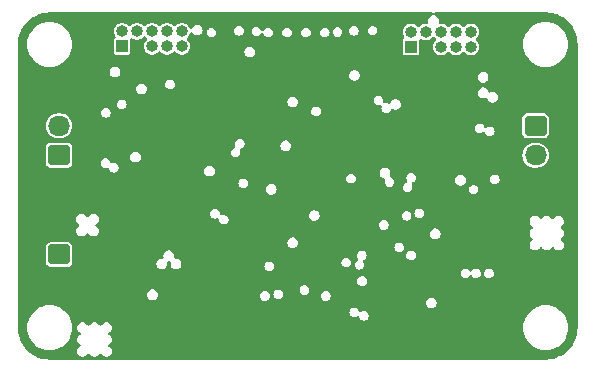
<source format=gbr>
%TF.GenerationSoftware,KiCad,Pcbnew,7.0.5*%
%TF.CreationDate,2023-06-28T21:22:15+09:00*%
%TF.ProjectId,robotrace_v2_main,726f626f-7472-4616-9365-5f76325f6d61,rev?*%
%TF.SameCoordinates,Original*%
%TF.FileFunction,Copper,L3,Inr*%
%TF.FilePolarity,Positive*%
%FSLAX46Y46*%
G04 Gerber Fmt 4.6, Leading zero omitted, Abs format (unit mm)*
G04 Created by KiCad (PCBNEW 7.0.5) date 2023-06-28 21:22:15*
%MOMM*%
%LPD*%
G01*
G04 APERTURE LIST*
G04 Aperture macros list*
%AMRoundRect*
0 Rectangle with rounded corners*
0 $1 Rounding radius*
0 $2 $3 $4 $5 $6 $7 $8 $9 X,Y pos of 4 corners*
0 Add a 4 corners polygon primitive as box body*
4,1,4,$2,$3,$4,$5,$6,$7,$8,$9,$2,$3,0*
0 Add four circle primitives for the rounded corners*
1,1,$1+$1,$2,$3*
1,1,$1+$1,$4,$5*
1,1,$1+$1,$6,$7*
1,1,$1+$1,$8,$9*
0 Add four rect primitives between the rounded corners*
20,1,$1+$1,$2,$3,$4,$5,0*
20,1,$1+$1,$4,$5,$6,$7,0*
20,1,$1+$1,$6,$7,$8,$9,0*
20,1,$1+$1,$8,$9,$2,$3,0*%
G04 Aperture macros list end*
%TA.AperFunction,ComponentPad*%
%ADD10RoundRect,0.250000X-0.675000X0.600000X-0.675000X-0.600000X0.675000X-0.600000X0.675000X0.600000X0*%
%TD*%
%TA.AperFunction,ComponentPad*%
%ADD11O,1.850000X1.700000*%
%TD*%
%TA.AperFunction,ComponentPad*%
%ADD12R,1.000000X1.000000*%
%TD*%
%TA.AperFunction,ComponentPad*%
%ADD13O,1.000000X1.000000*%
%TD*%
%TA.AperFunction,ComponentPad*%
%ADD14RoundRect,0.250000X0.675000X-0.600000X0.675000X0.600000X-0.675000X0.600000X-0.675000X-0.600000X0*%
%TD*%
%TA.AperFunction,ViaPad*%
%ADD15C,0.700000*%
%TD*%
%TA.AperFunction,Conductor*%
%ADD16C,0.600000*%
%TD*%
%TA.AperFunction,Conductor*%
%ADD17C,0.500000*%
%TD*%
G04 APERTURE END LIST*
D10*
%TO.N,Net-(J3-Pin_1)*%
%TO.C,J3*%
X184350000Y-81500000D03*
D11*
%TO.N,Net-(J3-Pin_2)*%
X184350000Y-84000000D03*
%TD*%
D12*
%TO.N,unconnected-(J5-Pin_1-Pad1)*%
%TO.C,J5*%
X149320000Y-74775000D03*
D13*
%TO.N,+5V*%
X149320000Y-73505000D03*
%TO.N,GND*%
X150590000Y-74775000D03*
%TO.N,unconnected-(J5-Pin_4-Pad4)*%
X150590000Y-73505000D03*
%TO.N,unconnected-(J5-Pin_5-Pad5)*%
X151860000Y-74775000D03*
%TO.N,TIM3_CH2*%
X151860000Y-73505000D03*
%TO.N,unconnected-(J5-Pin_7-Pad7)*%
X153130000Y-74775000D03*
%TO.N,TIM3_CH1*%
X153130000Y-73505000D03*
%TO.N,unconnected-(J5-Pin_9-Pad9)*%
X154400000Y-74775000D03*
%TO.N,unconnected-(J5-Pin_10-Pad10)*%
X154400000Y-73505000D03*
%TD*%
D14*
%TO.N,Net-(J1-Pin_1)*%
%TO.C,J1*%
X144000000Y-84000000D03*
D11*
%TO.N,Net-(J1-Pin_2)*%
X144000000Y-81500000D03*
%TD*%
D14*
%TO.N,+BATT*%
%TO.C,J2*%
X144000000Y-92400000D03*
D11*
%TO.N,GND*%
X144000000Y-89900000D03*
%TD*%
D12*
%TO.N,unconnected-(J6-Pin_1-Pad1)*%
%TO.C,J6*%
X173800000Y-74825000D03*
D13*
%TO.N,+5V*%
X173800000Y-73555000D03*
%TO.N,GND*%
X175070000Y-74825000D03*
%TO.N,unconnected-(J6-Pin_4-Pad4)*%
X175070000Y-73555000D03*
%TO.N,unconnected-(J6-Pin_5-Pad5)*%
X176340000Y-74825000D03*
%TO.N,TIM8_CH2*%
X176340000Y-73555000D03*
%TO.N,unconnected-(J6-Pin_7-Pad7)*%
X177610000Y-74825000D03*
%TO.N,TIM8_CH1*%
X177610000Y-73555000D03*
%TO.N,unconnected-(J6-Pin_9-Pad9)*%
X178880000Y-74825000D03*
%TO.N,unconnected-(J6-Pin_10-Pad10)*%
X178880000Y-73555000D03*
%TD*%
D15*
%TO.N,GND*%
X141500000Y-79600000D03*
X141500000Y-80600000D03*
X168899502Y-94000000D03*
X141500000Y-85600000D03*
X146800000Y-82600000D03*
X165549500Y-93563409D03*
X141500000Y-78600000D03*
X142400000Y-77500000D03*
X185000000Y-95900000D03*
X158950000Y-77000000D03*
X143400000Y-78600000D03*
X141500000Y-82600000D03*
X184000000Y-95900000D03*
X166821178Y-75300000D03*
X147074750Y-85525250D03*
X181800000Y-72700000D03*
X141500000Y-83600000D03*
X174807794Y-97188750D03*
X141500000Y-84600000D03*
X181512500Y-86737500D03*
X142400000Y-79600000D03*
X141500000Y-77500000D03*
X152001390Y-77600000D03*
X186000000Y-95900000D03*
X155100000Y-97900000D03*
X143400000Y-79600000D03*
X187000000Y-95900000D03*
X141500000Y-81600000D03*
X181800000Y-73600000D03*
X174300000Y-82100000D03*
X142400000Y-78600000D03*
X150200000Y-93384641D03*
X143400000Y-77500000D03*
X166350000Y-88150000D03*
X182700000Y-73600000D03*
X181800000Y-84300000D03*
X161400000Y-83900000D03*
X153700000Y-96500000D03*
X182700000Y-72700000D03*
X150200000Y-77600000D03*
%TD*%
D16*
%TO.N,GND*%
X181800000Y-84300000D02*
X180669718Y-84300000D01*
X175000000Y-82900000D02*
X177019500Y-82900000D01*
D17*
X178200000Y-77200000D02*
X178200000Y-81719500D01*
D16*
X143800000Y-79400000D02*
X145500000Y-79400000D01*
X167709597Y-76188419D02*
X167709597Y-80309597D01*
X141500000Y-79800000D02*
X141900000Y-79400000D01*
X155200000Y-95000000D02*
X155200000Y-89600000D01*
X166350000Y-88150000D02*
X166354000Y-88154000D01*
X181512500Y-89512500D02*
X182400000Y-90400000D01*
X166821178Y-75300000D02*
X167709597Y-76188419D01*
X155200000Y-89600000D02*
X153600000Y-88000000D01*
X166821178Y-75300000D02*
X167346178Y-75825000D01*
X167709597Y-80309597D02*
X170300000Y-82900000D01*
X182400000Y-91100000D02*
X184700000Y-93400000D01*
X166350000Y-85750000D02*
X166350000Y-88150000D01*
X158950000Y-77000000D02*
X158050000Y-76100000D01*
X177019500Y-82900000D02*
X178144609Y-81774891D01*
X168899502Y-94000000D02*
X165986091Y-94000000D01*
D17*
X172610665Y-89795147D02*
X171105812Y-91300000D01*
D16*
X147176356Y-82600000D02*
X152576356Y-88000000D01*
X158950000Y-74850000D02*
X158950000Y-77000000D01*
D17*
X174449774Y-87176607D02*
X177138643Y-87176607D01*
D16*
X187000000Y-95900000D02*
X184000000Y-95900000D01*
X184000000Y-95900000D02*
X182800500Y-95900000D01*
X142800000Y-79400000D02*
X142800000Y-77500000D01*
X141500000Y-85400000D02*
X141500000Y-81400000D01*
X182400000Y-90400000D02*
X182400000Y-91100000D01*
X180362036Y-90400000D02*
X182400000Y-90400000D01*
X184700000Y-94500000D02*
X184700000Y-93400000D01*
X157400000Y-98700000D02*
X160300000Y-98700000D01*
X160834152Y-84465848D02*
X158834152Y-84465848D01*
D17*
X181800000Y-73600000D02*
X181800000Y-72700000D01*
D16*
X161454000Y-83954000D02*
X164554000Y-83954000D01*
X160001804Y-73798196D02*
X158950000Y-74850000D01*
D17*
X172610665Y-89015716D02*
X174449774Y-87176607D01*
D16*
X152576356Y-88000000D02*
X153600000Y-88000000D01*
X155200000Y-96500000D02*
X156100000Y-97400000D01*
D17*
X182700000Y-73600000D02*
X181800000Y-73600000D01*
D16*
X182800500Y-95900000D02*
X182100500Y-95200000D01*
X158050000Y-76100000D02*
X153501390Y-76100000D01*
X174777106Y-75825000D02*
X175070000Y-75532106D01*
X169200000Y-82900000D02*
X170300000Y-82900000D01*
X155100000Y-97900000D02*
X155600000Y-97900000D01*
X146300000Y-78600000D02*
X145500000Y-79400000D01*
D17*
X172610665Y-89795147D02*
X172610665Y-89015716D01*
D16*
X166354000Y-88154000D02*
X166354000Y-91300000D01*
X153700000Y-96500000D02*
X155200000Y-95000000D01*
D17*
X181800000Y-73600000D02*
X178200000Y-77200000D01*
D16*
X184000000Y-95200000D02*
X184700000Y-94500000D01*
X160001804Y-73236246D02*
X160001804Y-73798196D01*
X177138643Y-87176607D02*
X180362036Y-90400000D01*
X175070000Y-75532106D02*
X175070000Y-74825000D01*
X166354000Y-92758909D02*
X165549500Y-93563409D01*
X165604000Y-73307893D02*
X164696107Y-72400000D01*
X169300500Y-98700500D02*
X171300000Y-98700500D01*
X161400000Y-83900000D02*
X160834152Y-84465848D01*
X164554000Y-83954000D02*
X166350000Y-85750000D01*
X181512500Y-86737500D02*
X181512500Y-89512500D01*
X146800000Y-80700000D02*
X145500000Y-79400000D01*
X180300500Y-97000000D02*
X178600000Y-98700500D01*
X166821178Y-75300000D02*
X165604000Y-74082822D01*
X146800000Y-82600000D02*
X146800000Y-80700000D01*
X180300500Y-97000000D02*
X182100500Y-95200000D01*
X166350000Y-85750000D02*
X169200000Y-82900000D01*
X170300000Y-82900000D02*
X175000000Y-82900000D01*
D17*
X171105812Y-91300000D02*
X166354000Y-91300000D01*
D16*
X161400000Y-83900000D02*
X161454000Y-83954000D01*
X143800000Y-77500000D02*
X143800000Y-79400000D01*
X141900000Y-79400000D02*
X141900000Y-77500000D01*
X180669718Y-84300000D02*
X178144609Y-81774891D01*
X165549500Y-97551000D02*
X164400000Y-98700500D01*
X165549500Y-93563409D02*
X165549500Y-97551000D01*
X174900000Y-98700500D02*
X171300000Y-98700500D01*
X141500000Y-81400000D02*
X141500000Y-79800000D01*
X153700000Y-96500000D02*
X155200000Y-96500000D01*
X165986091Y-94000000D02*
X165549500Y-93563409D01*
X153501390Y-76100000D02*
X152001390Y-77600000D01*
X182100500Y-95200000D02*
X184000000Y-95200000D01*
X164696107Y-72400000D02*
X160838050Y-72400000D01*
X171300000Y-98700500D02*
X164400000Y-98700500D01*
X167346178Y-75825000D02*
X174777106Y-75825000D01*
X178600000Y-98700500D02*
X174900000Y-98700500D01*
X166354000Y-91300000D02*
X166354000Y-92758909D01*
X155300000Y-88000000D02*
X153600000Y-88000000D01*
X164400000Y-98700500D02*
X161800500Y-98700500D01*
X156100000Y-97400000D02*
X157400000Y-98700000D01*
D17*
X182700000Y-72700000D02*
X182700000Y-73600000D01*
D16*
X158834152Y-84465848D02*
X155300000Y-88000000D01*
X161800500Y-98700500D02*
X161800000Y-98700000D01*
X165604000Y-74082822D02*
X165604000Y-73307893D01*
D17*
X174807794Y-98608294D02*
X174900000Y-98700500D01*
D16*
X155600000Y-97900000D02*
X156100000Y-97400000D01*
X146800000Y-82600000D02*
X147176356Y-82600000D01*
D17*
X174807794Y-97188750D02*
X174807794Y-98608294D01*
X178200000Y-81719500D02*
X178144609Y-81774891D01*
D16*
X160838050Y-72400000D02*
X160001804Y-73236246D01*
X160300000Y-98700000D02*
X161800000Y-98700000D01*
%TD*%
%TA.AperFunction,Conductor*%
%TO.N,GND*%
G36*
X175673646Y-71920185D02*
G01*
X175699999Y-71950598D01*
X175726353Y-71920185D01*
X175793393Y-71900500D01*
X185227930Y-71900500D01*
X185231407Y-71900598D01*
X185362979Y-71907986D01*
X185498965Y-71915623D01*
X185505858Y-71916399D01*
X185797633Y-71965974D01*
X185804408Y-71967521D01*
X186088798Y-72049451D01*
X186095359Y-72051748D01*
X186153962Y-72076022D01*
X186368782Y-72165004D01*
X186375032Y-72168014D01*
X186634071Y-72311179D01*
X186639933Y-72314862D01*
X186881315Y-72486132D01*
X186886737Y-72490456D01*
X186967450Y-72562585D01*
X187107414Y-72687665D01*
X187112334Y-72692585D01*
X187309540Y-72913258D01*
X187313869Y-72918687D01*
X187485134Y-73160062D01*
X187488823Y-73165933D01*
X187626802Y-73415588D01*
X187631981Y-73424959D01*
X187634998Y-73431224D01*
X187643773Y-73452408D01*
X187748251Y-73704640D01*
X187750550Y-73711208D01*
X187832477Y-73995586D01*
X187834025Y-74002369D01*
X187883598Y-74294129D01*
X187884377Y-74301044D01*
X187899402Y-74568597D01*
X187899500Y-74572074D01*
X187899500Y-98598258D01*
X187899402Y-98601735D01*
X187882721Y-98898770D01*
X187881942Y-98905684D01*
X187832401Y-99197257D01*
X187830853Y-99204041D01*
X187748976Y-99488242D01*
X187746677Y-99494809D01*
X187633499Y-99768048D01*
X187630480Y-99774317D01*
X187487417Y-100033170D01*
X187483715Y-100039062D01*
X187312570Y-100280268D01*
X187308232Y-100285708D01*
X187111156Y-100506236D01*
X187106236Y-100511156D01*
X186885708Y-100708232D01*
X186880268Y-100712570D01*
X186639062Y-100883715D01*
X186633170Y-100887417D01*
X186374317Y-101030480D01*
X186368048Y-101033499D01*
X186094809Y-101146677D01*
X186088242Y-101148976D01*
X185804041Y-101230853D01*
X185797257Y-101232401D01*
X185505684Y-101281942D01*
X185498770Y-101282721D01*
X185201735Y-101299402D01*
X185198258Y-101299500D01*
X148093393Y-101299500D01*
X148026354Y-101279815D01*
X148000000Y-101249401D01*
X147973647Y-101279815D01*
X147906607Y-101299500D01*
X147093393Y-101299500D01*
X147026354Y-101279815D01*
X147000000Y-101249401D01*
X146973647Y-101279815D01*
X146906607Y-101299500D01*
X146093393Y-101299500D01*
X146026354Y-101279815D01*
X146000000Y-101249401D01*
X145973647Y-101279815D01*
X145906607Y-101299500D01*
X143201742Y-101299500D01*
X143198265Y-101299402D01*
X142901229Y-101282721D01*
X142894315Y-101281942D01*
X142602742Y-101232401D01*
X142595958Y-101230853D01*
X142311757Y-101148976D01*
X142305190Y-101146677D01*
X142070282Y-101049376D01*
X142031947Y-101033497D01*
X142025682Y-101030480D01*
X141766829Y-100887417D01*
X141760937Y-100883715D01*
X141519731Y-100712570D01*
X141514291Y-100708232D01*
X141393179Y-100600000D01*
X145540826Y-100600000D01*
X145559425Y-100729362D01*
X145559426Y-100729367D01*
X145612021Y-100844533D01*
X145613718Y-100848248D01*
X145699305Y-100947021D01*
X145809252Y-101017679D01*
X145809254Y-101017679D01*
X145809255Y-101017680D01*
X145941542Y-101056523D01*
X146000000Y-101094091D01*
X146058458Y-101056523D01*
X146147152Y-101030480D01*
X146190748Y-101017679D01*
X146300695Y-100947021D01*
X146386282Y-100848248D01*
X146387206Y-100846224D01*
X146388659Y-100844546D01*
X146391074Y-100840790D01*
X146391614Y-100841137D01*
X146432957Y-100793422D01*
X146499996Y-100773735D01*
X146567036Y-100793417D01*
X146608387Y-100841136D01*
X146608926Y-100840790D01*
X146611331Y-100844533D01*
X146612790Y-100846217D01*
X146613718Y-100848248D01*
X146699305Y-100947021D01*
X146809252Y-101017679D01*
X146809254Y-101017679D01*
X146809255Y-101017680D01*
X146941542Y-101056523D01*
X147000000Y-101094091D01*
X147058458Y-101056523D01*
X147147152Y-101030480D01*
X147190748Y-101017679D01*
X147300695Y-100947021D01*
X147386282Y-100848248D01*
X147387206Y-100846224D01*
X147388659Y-100844546D01*
X147391074Y-100840790D01*
X147391614Y-100841137D01*
X147432957Y-100793422D01*
X147499996Y-100773735D01*
X147567036Y-100793417D01*
X147608387Y-100841136D01*
X147608926Y-100840790D01*
X147611331Y-100844533D01*
X147612790Y-100846217D01*
X147613718Y-100848248D01*
X147699305Y-100947021D01*
X147809252Y-101017679D01*
X147809254Y-101017679D01*
X147809255Y-101017680D01*
X147941542Y-101056523D01*
X148000000Y-101094091D01*
X148058458Y-101056523D01*
X148147152Y-101030480D01*
X148190748Y-101017679D01*
X148300695Y-100947021D01*
X148386282Y-100848248D01*
X148440574Y-100729364D01*
X148459174Y-100600000D01*
X148440574Y-100470636D01*
X148440573Y-100470635D01*
X148440573Y-100470632D01*
X148386282Y-100351753D01*
X148386282Y-100351752D01*
X148300695Y-100252979D01*
X148258609Y-100225932D01*
X148224972Y-100204315D01*
X148179217Y-100151511D01*
X148169273Y-100082352D01*
X148198298Y-100018796D01*
X148224963Y-99995690D01*
X148300695Y-99947021D01*
X148386282Y-99848248D01*
X148440574Y-99729364D01*
X148459174Y-99600000D01*
X148440574Y-99470636D01*
X148440573Y-99470635D01*
X148440573Y-99470632D01*
X148386282Y-99351753D01*
X148386282Y-99351752D01*
X148300695Y-99252979D01*
X148300692Y-99252977D01*
X148300692Y-99252976D01*
X148224973Y-99204316D01*
X148179217Y-99151513D01*
X148169273Y-99082354D01*
X148198297Y-99018798D01*
X148224973Y-98995684D01*
X148300692Y-98947023D01*
X148300692Y-98947022D01*
X148300695Y-98947021D01*
X148386282Y-98848248D01*
X148440574Y-98729364D01*
X148459174Y-98600001D01*
X183294645Y-98600001D01*
X183314039Y-98871160D01*
X183314040Y-98871167D01*
X183359981Y-99082354D01*
X183371825Y-99136801D01*
X183448330Y-99341920D01*
X183466830Y-99391519D01*
X183597109Y-99630107D01*
X183597110Y-99630108D01*
X183597113Y-99630113D01*
X183760029Y-99847742D01*
X183760033Y-99847746D01*
X183760038Y-99847752D01*
X183952247Y-100039961D01*
X183952253Y-100039966D01*
X183952258Y-100039971D01*
X184169887Y-100202887D01*
X184169891Y-100202889D01*
X184169892Y-100202890D01*
X184408481Y-100333169D01*
X184408480Y-100333169D01*
X184408484Y-100333170D01*
X184408487Y-100333172D01*
X184663199Y-100428175D01*
X184928840Y-100485961D01*
X185180604Y-100503967D01*
X185199999Y-100505355D01*
X185200000Y-100505355D01*
X185200001Y-100505355D01*
X185218100Y-100504060D01*
X185471160Y-100485961D01*
X185736801Y-100428175D01*
X185991513Y-100333172D01*
X185991517Y-100333169D01*
X185991519Y-100333169D01*
X186138380Y-100252977D01*
X186230113Y-100202887D01*
X186447742Y-100039971D01*
X186639971Y-99847742D01*
X186802887Y-99630113D01*
X186898285Y-99455404D01*
X186933169Y-99391519D01*
X186933169Y-99391517D01*
X186933172Y-99391513D01*
X187028175Y-99136801D01*
X187085961Y-98871160D01*
X187105355Y-98600000D01*
X187105230Y-98598258D01*
X187101951Y-98552404D01*
X187085961Y-98328840D01*
X187028175Y-98063199D01*
X186933172Y-97808487D01*
X186933170Y-97808484D01*
X186933169Y-97808480D01*
X186802890Y-97569892D01*
X186802889Y-97569891D01*
X186802887Y-97569887D01*
X186639971Y-97352258D01*
X186639966Y-97352253D01*
X186639961Y-97352247D01*
X186447752Y-97160038D01*
X186447746Y-97160033D01*
X186447742Y-97160029D01*
X186230113Y-96997113D01*
X186230108Y-96997110D01*
X186230107Y-96997109D01*
X185991518Y-96866830D01*
X185991519Y-96866830D01*
X185938409Y-96847021D01*
X185736801Y-96771825D01*
X185736794Y-96771823D01*
X185736793Y-96771823D01*
X185471167Y-96714040D01*
X185471160Y-96714039D01*
X185200001Y-96694645D01*
X185199999Y-96694645D01*
X184928839Y-96714039D01*
X184928832Y-96714040D01*
X184663206Y-96771823D01*
X184663202Y-96771824D01*
X184663199Y-96771825D01*
X184535842Y-96819326D01*
X184408480Y-96866830D01*
X184169892Y-96997109D01*
X184169891Y-96997110D01*
X183952259Y-97160028D01*
X183952247Y-97160038D01*
X183760038Y-97352247D01*
X183760028Y-97352259D01*
X183597110Y-97569891D01*
X183597109Y-97569892D01*
X183466830Y-97808480D01*
X183421013Y-97931321D01*
X183371825Y-98063199D01*
X183371824Y-98063202D01*
X183371823Y-98063206D01*
X183314040Y-98328832D01*
X183314039Y-98328839D01*
X183294645Y-98599998D01*
X183294645Y-98600001D01*
X148459174Y-98600001D01*
X148459174Y-98600000D01*
X148440574Y-98470636D01*
X148440573Y-98470635D01*
X148440573Y-98470632D01*
X148386282Y-98351753D01*
X148386282Y-98351752D01*
X148300695Y-98252979D01*
X148190748Y-98182321D01*
X148190746Y-98182320D01*
X148190744Y-98182319D01*
X148065348Y-98145500D01*
X148065347Y-98145500D01*
X147934653Y-98145500D01*
X147934652Y-98145500D01*
X147809255Y-98182319D01*
X147699306Y-98252978D01*
X147613719Y-98351750D01*
X147613717Y-98351753D01*
X147612794Y-98353776D01*
X147611338Y-98355455D01*
X147608926Y-98359210D01*
X147608386Y-98358863D01*
X147567039Y-98406580D01*
X147499999Y-98426264D01*
X147432960Y-98406579D01*
X147391613Y-98358863D01*
X147391074Y-98359210D01*
X147388661Y-98355455D01*
X147387206Y-98353776D01*
X147386282Y-98351753D01*
X147386282Y-98351752D01*
X147300695Y-98252979D01*
X147190748Y-98182321D01*
X147190746Y-98182320D01*
X147190744Y-98182319D01*
X147065348Y-98145500D01*
X147065347Y-98145500D01*
X146934653Y-98145500D01*
X146934652Y-98145500D01*
X146809255Y-98182319D01*
X146699306Y-98252978D01*
X146613719Y-98351750D01*
X146613717Y-98351753D01*
X146612794Y-98353776D01*
X146611338Y-98355455D01*
X146608926Y-98359210D01*
X146608386Y-98358863D01*
X146567039Y-98406580D01*
X146499999Y-98426264D01*
X146432960Y-98406579D01*
X146391613Y-98358863D01*
X146391074Y-98359210D01*
X146388661Y-98355455D01*
X146387206Y-98353776D01*
X146386282Y-98351753D01*
X146386282Y-98351752D01*
X146300695Y-98252979D01*
X146190748Y-98182321D01*
X146190746Y-98182320D01*
X146190744Y-98182319D01*
X146065348Y-98145500D01*
X146065347Y-98145500D01*
X145934653Y-98145500D01*
X145934652Y-98145500D01*
X145809255Y-98182319D01*
X145699306Y-98252978D01*
X145613719Y-98351750D01*
X145613717Y-98351753D01*
X145559426Y-98470632D01*
X145559425Y-98470637D01*
X145540826Y-98600000D01*
X145559425Y-98729362D01*
X145559426Y-98729367D01*
X145612021Y-98844533D01*
X145613718Y-98848248D01*
X145699305Y-98947021D01*
X145775027Y-98995684D01*
X145820782Y-99048488D01*
X145830726Y-99117647D01*
X145801701Y-99181202D01*
X145775027Y-99204316D01*
X145699306Y-99252978D01*
X145613719Y-99351750D01*
X145613717Y-99351753D01*
X145559426Y-99470632D01*
X145559425Y-99470637D01*
X145540826Y-99600000D01*
X145559425Y-99729362D01*
X145559426Y-99729367D01*
X145612021Y-99844533D01*
X145613718Y-99848248D01*
X145699305Y-99947021D01*
X145775024Y-99995682D01*
X145775027Y-99995684D01*
X145820782Y-100048488D01*
X145830726Y-100117647D01*
X145801701Y-100181202D01*
X145775027Y-100204316D01*
X145699306Y-100252978D01*
X145613719Y-100351750D01*
X145613717Y-100351753D01*
X145559426Y-100470632D01*
X145559425Y-100470637D01*
X145540826Y-100600000D01*
X141393179Y-100600000D01*
X141293763Y-100511156D01*
X141288843Y-100506236D01*
X141091767Y-100285708D01*
X141087429Y-100280268D01*
X140916284Y-100039062D01*
X140912582Y-100033170D01*
X140810380Y-99848249D01*
X140769515Y-99774309D01*
X140766505Y-99768060D01*
X140695019Y-99595475D01*
X140653322Y-99494809D01*
X140651023Y-99488242D01*
X140569146Y-99204041D01*
X140567598Y-99197257D01*
X140548075Y-99082354D01*
X140518055Y-98905670D01*
X140517279Y-98898780D01*
X140507765Y-98729362D01*
X140500598Y-98601735D01*
X140500549Y-98600001D01*
X141294645Y-98600001D01*
X141314039Y-98871160D01*
X141314040Y-98871167D01*
X141359981Y-99082354D01*
X141371825Y-99136801D01*
X141448330Y-99341920D01*
X141466830Y-99391519D01*
X141597109Y-99630107D01*
X141597110Y-99630108D01*
X141597113Y-99630113D01*
X141760029Y-99847742D01*
X141760033Y-99847746D01*
X141760038Y-99847752D01*
X141952247Y-100039961D01*
X141952253Y-100039966D01*
X141952258Y-100039971D01*
X142169887Y-100202887D01*
X142169891Y-100202889D01*
X142169892Y-100202890D01*
X142408481Y-100333169D01*
X142408480Y-100333169D01*
X142408484Y-100333170D01*
X142408487Y-100333172D01*
X142663199Y-100428175D01*
X142928840Y-100485961D01*
X143180604Y-100503967D01*
X143199999Y-100505355D01*
X143200000Y-100505355D01*
X143200001Y-100505355D01*
X143218100Y-100504060D01*
X143471160Y-100485961D01*
X143736801Y-100428175D01*
X143991513Y-100333172D01*
X143991517Y-100333169D01*
X143991519Y-100333169D01*
X144138380Y-100252977D01*
X144230113Y-100202887D01*
X144447742Y-100039971D01*
X144639971Y-99847742D01*
X144802887Y-99630113D01*
X144898285Y-99455404D01*
X144933169Y-99391519D01*
X144933169Y-99391517D01*
X144933172Y-99391513D01*
X145028175Y-99136801D01*
X145085961Y-98871160D01*
X145105355Y-98600000D01*
X145105230Y-98598258D01*
X145101951Y-98552404D01*
X145085961Y-98328840D01*
X145028175Y-98063199D01*
X144933172Y-97808487D01*
X144933170Y-97808484D01*
X144933169Y-97808480D01*
X144802890Y-97569892D01*
X144802889Y-97569891D01*
X144802887Y-97569887D01*
X144639971Y-97352258D01*
X144639966Y-97352253D01*
X144639961Y-97352247D01*
X144587717Y-97300003D01*
X168590458Y-97300003D01*
X168610500Y-97426551D01*
X168610501Y-97426554D01*
X168610502Y-97426555D01*
X168668674Y-97540723D01*
X168668676Y-97540725D01*
X168668678Y-97540728D01*
X168759271Y-97631321D01*
X168759273Y-97631322D01*
X168759277Y-97631326D01*
X168873445Y-97689498D01*
X168873446Y-97689498D01*
X168873448Y-97689499D01*
X168999997Y-97709542D01*
X169000000Y-97709542D01*
X169000003Y-97709542D01*
X169126551Y-97689499D01*
X169126553Y-97689498D01*
X169126555Y-97689498D01*
X169231797Y-97635873D01*
X169300465Y-97622977D01*
X169365206Y-97649253D01*
X169405463Y-97706359D01*
X169410347Y-97726080D01*
X169410500Y-97726551D01*
X169410501Y-97726554D01*
X169410502Y-97726555D01*
X169468674Y-97840723D01*
X169468676Y-97840725D01*
X169468678Y-97840728D01*
X169559271Y-97931321D01*
X169559273Y-97931322D01*
X169559277Y-97931326D01*
X169673445Y-97989498D01*
X169673446Y-97989498D01*
X169673448Y-97989499D01*
X169799997Y-98009542D01*
X169800000Y-98009542D01*
X169800003Y-98009542D01*
X169926551Y-97989499D01*
X169926552Y-97989498D01*
X169926555Y-97989498D01*
X170040723Y-97931326D01*
X170131326Y-97840723D01*
X170189498Y-97726555D01*
X170189499Y-97726551D01*
X170209542Y-97600003D01*
X170209542Y-97599996D01*
X170189499Y-97473448D01*
X170189498Y-97473446D01*
X170189498Y-97473445D01*
X170131326Y-97359277D01*
X170131322Y-97359273D01*
X170131321Y-97359271D01*
X170040728Y-97268678D01*
X170040725Y-97268676D01*
X170040723Y-97268674D01*
X169926555Y-97210502D01*
X169926554Y-97210501D01*
X169926551Y-97210500D01*
X169800003Y-97190458D01*
X169799997Y-97190458D01*
X169673448Y-97210500D01*
X169673447Y-97210500D01*
X169568202Y-97264126D01*
X169499532Y-97277022D01*
X169434792Y-97250745D01*
X169394535Y-97193639D01*
X169389651Y-97173917D01*
X169389499Y-97173448D01*
X169389498Y-97173446D01*
X169389498Y-97173445D01*
X169331326Y-97059277D01*
X169331322Y-97059273D01*
X169331321Y-97059271D01*
X169240728Y-96968678D01*
X169240725Y-96968676D01*
X169240723Y-96968674D01*
X169126555Y-96910502D01*
X169126554Y-96910501D01*
X169126551Y-96910500D01*
X169000003Y-96890458D01*
X168999997Y-96890458D01*
X168873448Y-96910500D01*
X168817493Y-96939011D01*
X168759277Y-96968674D01*
X168759276Y-96968675D01*
X168759271Y-96968678D01*
X168668678Y-97059271D01*
X168668675Y-97059276D01*
X168610500Y-97173448D01*
X168590458Y-97299996D01*
X168590458Y-97300003D01*
X144587717Y-97300003D01*
X144447752Y-97160038D01*
X144447746Y-97160033D01*
X144447742Y-97160029D01*
X144230113Y-96997113D01*
X144230108Y-96997110D01*
X144230107Y-96997109D01*
X143991518Y-96866830D01*
X143991519Y-96866830D01*
X143938409Y-96847021D01*
X143736801Y-96771825D01*
X143736794Y-96771823D01*
X143736793Y-96771823D01*
X143471167Y-96714040D01*
X143471160Y-96714039D01*
X143200001Y-96694645D01*
X143199999Y-96694645D01*
X142928839Y-96714039D01*
X142928832Y-96714040D01*
X142663206Y-96771823D01*
X142663202Y-96771824D01*
X142663199Y-96771825D01*
X142535843Y-96819326D01*
X142408480Y-96866830D01*
X142169892Y-96997109D01*
X142169891Y-96997110D01*
X141952259Y-97160028D01*
X141952247Y-97160038D01*
X141760038Y-97352247D01*
X141760028Y-97352259D01*
X141597110Y-97569891D01*
X141597109Y-97569892D01*
X141466830Y-97808480D01*
X141421013Y-97931321D01*
X141371825Y-98063199D01*
X141371824Y-98063202D01*
X141371823Y-98063206D01*
X141314040Y-98328832D01*
X141314039Y-98328839D01*
X141294645Y-98599998D01*
X141294645Y-98600001D01*
X140500549Y-98600001D01*
X140500500Y-98598258D01*
X140500500Y-96500000D01*
X175040826Y-96500000D01*
X175059425Y-96629362D01*
X175059426Y-96629367D01*
X175113717Y-96748246D01*
X175113718Y-96748248D01*
X175199305Y-96847021D01*
X175309252Y-96917679D01*
X175309254Y-96917679D01*
X175309255Y-96917680D01*
X175434652Y-96954500D01*
X175434653Y-96954500D01*
X175565347Y-96954500D01*
X175690748Y-96917679D01*
X175800695Y-96847021D01*
X175886282Y-96748248D01*
X175940574Y-96629364D01*
X175959174Y-96500000D01*
X175940574Y-96370636D01*
X175940573Y-96370635D01*
X175940573Y-96370632D01*
X175886282Y-96251753D01*
X175886282Y-96251752D01*
X175800695Y-96152979D01*
X175690748Y-96082321D01*
X175690746Y-96082320D01*
X175690744Y-96082319D01*
X175565348Y-96045500D01*
X175565347Y-96045500D01*
X175434653Y-96045500D01*
X175434652Y-96045500D01*
X175309255Y-96082319D01*
X175199306Y-96152978D01*
X175199305Y-96152978D01*
X175199305Y-96152979D01*
X175198740Y-96153631D01*
X175113719Y-96251750D01*
X175113717Y-96251753D01*
X175059426Y-96370632D01*
X175059425Y-96370637D01*
X175040826Y-96500000D01*
X140500500Y-96500000D01*
X140500500Y-95800000D01*
X151440826Y-95800000D01*
X151459425Y-95929362D01*
X151459426Y-95929367D01*
X151509702Y-96039454D01*
X151513718Y-96048248D01*
X151599305Y-96147021D01*
X151709252Y-96217679D01*
X151709254Y-96217679D01*
X151709255Y-96217680D01*
X151834652Y-96254500D01*
X151834653Y-96254500D01*
X151965347Y-96254500D01*
X152090748Y-96217679D01*
X152200695Y-96147021D01*
X152286282Y-96048248D01*
X152340574Y-95929364D01*
X152342940Y-95912906D01*
X161018926Y-95912906D01*
X161038968Y-96039454D01*
X161038969Y-96039457D01*
X161038970Y-96039458D01*
X161097142Y-96153626D01*
X161097144Y-96153628D01*
X161097146Y-96153631D01*
X161187739Y-96244224D01*
X161187741Y-96244225D01*
X161187745Y-96244229D01*
X161301913Y-96302401D01*
X161301914Y-96302401D01*
X161301916Y-96302402D01*
X161428465Y-96322445D01*
X161428468Y-96322445D01*
X161428471Y-96322445D01*
X161555019Y-96302402D01*
X161555020Y-96302401D01*
X161555023Y-96302401D01*
X161669191Y-96244229D01*
X161759794Y-96153626D01*
X161817966Y-96039458D01*
X161817967Y-96039454D01*
X161838010Y-95912906D01*
X161838010Y-95912899D01*
X161817967Y-95786351D01*
X161817966Y-95786349D01*
X161817966Y-95786348D01*
X161811687Y-95774024D01*
X162140458Y-95774024D01*
X162160500Y-95900572D01*
X162160501Y-95900575D01*
X162160502Y-95900576D01*
X162218674Y-96014744D01*
X162218676Y-96014746D01*
X162218678Y-96014749D01*
X162309271Y-96105342D01*
X162309273Y-96105343D01*
X162309277Y-96105347D01*
X162423445Y-96163519D01*
X162423446Y-96163519D01*
X162423448Y-96163520D01*
X162549997Y-96183563D01*
X162550000Y-96183563D01*
X162550003Y-96183563D01*
X162676551Y-96163520D01*
X162676552Y-96163519D01*
X162676555Y-96163519D01*
X162790723Y-96105347D01*
X162881326Y-96014744D01*
X162933215Y-95912906D01*
X166172041Y-95912906D01*
X166192083Y-96039454D01*
X166192084Y-96039457D01*
X166192085Y-96039458D01*
X166250257Y-96153626D01*
X166250259Y-96153628D01*
X166250261Y-96153631D01*
X166340854Y-96244224D01*
X166340856Y-96244225D01*
X166340860Y-96244229D01*
X166455028Y-96302401D01*
X166455029Y-96302401D01*
X166455031Y-96302402D01*
X166581580Y-96322445D01*
X166581583Y-96322445D01*
X166581586Y-96322445D01*
X166708134Y-96302402D01*
X166708135Y-96302401D01*
X166708138Y-96302401D01*
X166822306Y-96244229D01*
X166912909Y-96153626D01*
X166971081Y-96039458D01*
X166971082Y-96039454D01*
X166991125Y-95912906D01*
X166991125Y-95912899D01*
X166971082Y-95786351D01*
X166971081Y-95786349D01*
X166971081Y-95786348D01*
X166912909Y-95672180D01*
X166912905Y-95672176D01*
X166912904Y-95672174D01*
X166822311Y-95581581D01*
X166822308Y-95581579D01*
X166822306Y-95581577D01*
X166708138Y-95523405D01*
X166708137Y-95523404D01*
X166708134Y-95523403D01*
X166581586Y-95503361D01*
X166581580Y-95503361D01*
X166455031Y-95523403D01*
X166399398Y-95551750D01*
X166340860Y-95581577D01*
X166340859Y-95581577D01*
X166340859Y-95581578D01*
X166340854Y-95581581D01*
X166250261Y-95672174D01*
X166250258Y-95672179D01*
X166192083Y-95786351D01*
X166172041Y-95912899D01*
X166172041Y-95912906D01*
X162933215Y-95912906D01*
X162939498Y-95900576D01*
X162951952Y-95821945D01*
X162959542Y-95774024D01*
X162959542Y-95774017D01*
X162939499Y-95647469D01*
X162939498Y-95647467D01*
X162939498Y-95647466D01*
X162881326Y-95533298D01*
X162881322Y-95533294D01*
X162881321Y-95533292D01*
X162790728Y-95442699D01*
X162790725Y-95442697D01*
X162790723Y-95442695D01*
X162731278Y-95412406D01*
X164362410Y-95412406D01*
X164382452Y-95538954D01*
X164382453Y-95538957D01*
X164382454Y-95538958D01*
X164440626Y-95653126D01*
X164440628Y-95653128D01*
X164440630Y-95653131D01*
X164531223Y-95743724D01*
X164531225Y-95743725D01*
X164531229Y-95743729D01*
X164645397Y-95801901D01*
X164645398Y-95801901D01*
X164645400Y-95801902D01*
X164771949Y-95821945D01*
X164771952Y-95821945D01*
X164771955Y-95821945D01*
X164898503Y-95801902D01*
X164898504Y-95801901D01*
X164898507Y-95801901D01*
X165012675Y-95743729D01*
X165103278Y-95653126D01*
X165161450Y-95538958D01*
X165161451Y-95538954D01*
X165181494Y-95412406D01*
X165181494Y-95412399D01*
X165161451Y-95285851D01*
X165161450Y-95285849D01*
X165161450Y-95285848D01*
X165103278Y-95171680D01*
X165103274Y-95171676D01*
X165103273Y-95171674D01*
X165012680Y-95081081D01*
X165012677Y-95081079D01*
X165012675Y-95081077D01*
X164898507Y-95022905D01*
X164898506Y-95022904D01*
X164898503Y-95022903D01*
X164771955Y-95002861D01*
X164771949Y-95002861D01*
X164645400Y-95022903D01*
X164589445Y-95051414D01*
X164531229Y-95081077D01*
X164531228Y-95081078D01*
X164531223Y-95081081D01*
X164440630Y-95171674D01*
X164440627Y-95171679D01*
X164382452Y-95285851D01*
X164362410Y-95412399D01*
X164362410Y-95412406D01*
X162731278Y-95412406D01*
X162676555Y-95384523D01*
X162676554Y-95384522D01*
X162676551Y-95384521D01*
X162550003Y-95364479D01*
X162549997Y-95364479D01*
X162423448Y-95384521D01*
X162368736Y-95412399D01*
X162309277Y-95442695D01*
X162309276Y-95442696D01*
X162309271Y-95442699D01*
X162218678Y-95533292D01*
X162218675Y-95533297D01*
X162218674Y-95533298D01*
X162209272Y-95551750D01*
X162160500Y-95647469D01*
X162140458Y-95774017D01*
X162140458Y-95774024D01*
X161811687Y-95774024D01*
X161759794Y-95672180D01*
X161759790Y-95672176D01*
X161759789Y-95672174D01*
X161669196Y-95581581D01*
X161669193Y-95581579D01*
X161669191Y-95581577D01*
X161555023Y-95523405D01*
X161555022Y-95523404D01*
X161555019Y-95523403D01*
X161428471Y-95503361D01*
X161428465Y-95503361D01*
X161301916Y-95523403D01*
X161246283Y-95551750D01*
X161187745Y-95581577D01*
X161187744Y-95581577D01*
X161187744Y-95581578D01*
X161187739Y-95581581D01*
X161097146Y-95672174D01*
X161097143Y-95672179D01*
X161038968Y-95786351D01*
X161018926Y-95912899D01*
X161018926Y-95912906D01*
X152342940Y-95912906D01*
X152359174Y-95800000D01*
X152340574Y-95670636D01*
X152340573Y-95670635D01*
X152340573Y-95670632D01*
X152286282Y-95551753D01*
X152286282Y-95551752D01*
X152200695Y-95452979D01*
X152090748Y-95382321D01*
X152090746Y-95382320D01*
X152090744Y-95382319D01*
X151965348Y-95345500D01*
X151965347Y-95345500D01*
X151834653Y-95345500D01*
X151834652Y-95345500D01*
X151709255Y-95382319D01*
X151599306Y-95452978D01*
X151513719Y-95551750D01*
X151513717Y-95551753D01*
X151459426Y-95670632D01*
X151459425Y-95670637D01*
X151440826Y-95800000D01*
X140500500Y-95800000D01*
X140500500Y-94650003D01*
X169240458Y-94650003D01*
X169260500Y-94776551D01*
X169260501Y-94776554D01*
X169260502Y-94776555D01*
X169318674Y-94890723D01*
X169318676Y-94890725D01*
X169318678Y-94890728D01*
X169409271Y-94981321D01*
X169409273Y-94981322D01*
X169409277Y-94981326D01*
X169523445Y-95039498D01*
X169523446Y-95039498D01*
X169523448Y-95039499D01*
X169649997Y-95059542D01*
X169650000Y-95059542D01*
X169650003Y-95059542D01*
X169776551Y-95039499D01*
X169776552Y-95039498D01*
X169776555Y-95039498D01*
X169890723Y-94981326D01*
X169981326Y-94890723D01*
X170039498Y-94776555D01*
X170059542Y-94650000D01*
X170059542Y-94649996D01*
X170039499Y-94523448D01*
X170039498Y-94523446D01*
X170039498Y-94523445D01*
X169981326Y-94409277D01*
X169981322Y-94409273D01*
X169981321Y-94409271D01*
X169890728Y-94318678D01*
X169890725Y-94318676D01*
X169890723Y-94318674D01*
X169776555Y-94260502D01*
X169776554Y-94260501D01*
X169776551Y-94260500D01*
X169650003Y-94240458D01*
X169649997Y-94240458D01*
X169523448Y-94260500D01*
X169467493Y-94289011D01*
X169409277Y-94318674D01*
X169409276Y-94318674D01*
X169409276Y-94318675D01*
X169409271Y-94318678D01*
X169318678Y-94409271D01*
X169318675Y-94409276D01*
X169260500Y-94523448D01*
X169240458Y-94649996D01*
X169240458Y-94650003D01*
X140500500Y-94650003D01*
X140500500Y-94000003D01*
X177990458Y-94000003D01*
X178010500Y-94126551D01*
X178010501Y-94126554D01*
X178010502Y-94126555D01*
X178068674Y-94240723D01*
X178068676Y-94240725D01*
X178068678Y-94240728D01*
X178159271Y-94331321D01*
X178159273Y-94331322D01*
X178159277Y-94331326D01*
X178273445Y-94389498D01*
X178273446Y-94389498D01*
X178273448Y-94389499D01*
X178399997Y-94409542D01*
X178400000Y-94409542D01*
X178400003Y-94409542D01*
X178526551Y-94389499D01*
X178526552Y-94389498D01*
X178526555Y-94389498D01*
X178640723Y-94331326D01*
X178731326Y-94240723D01*
X178739516Y-94224648D01*
X178787490Y-94173854D01*
X178855311Y-94157059D01*
X178921446Y-94179597D01*
X178960483Y-94224648D01*
X178968674Y-94240723D01*
X178968676Y-94240725D01*
X178968678Y-94240728D01*
X179059271Y-94331321D01*
X179059273Y-94331322D01*
X179059277Y-94331326D01*
X179173445Y-94389498D01*
X179173446Y-94389498D01*
X179173448Y-94389499D01*
X179299997Y-94409542D01*
X179300000Y-94409542D01*
X179300003Y-94409542D01*
X179426551Y-94389499D01*
X179426552Y-94389498D01*
X179426555Y-94389498D01*
X179540723Y-94331326D01*
X179631326Y-94240723D01*
X179689498Y-94126555D01*
X179709542Y-94000003D01*
X179990458Y-94000003D01*
X180010500Y-94126551D01*
X180010501Y-94126554D01*
X180010502Y-94126555D01*
X180068674Y-94240723D01*
X180068676Y-94240725D01*
X180068678Y-94240728D01*
X180159271Y-94331321D01*
X180159273Y-94331322D01*
X180159277Y-94331326D01*
X180273445Y-94389498D01*
X180273446Y-94389498D01*
X180273448Y-94389499D01*
X180399997Y-94409542D01*
X180400000Y-94409542D01*
X180400003Y-94409542D01*
X180526551Y-94389499D01*
X180526552Y-94389498D01*
X180526555Y-94389498D01*
X180640723Y-94331326D01*
X180731326Y-94240723D01*
X180789498Y-94126555D01*
X180809542Y-94000000D01*
X180809542Y-93999996D01*
X180789499Y-93873448D01*
X180789498Y-93873446D01*
X180789498Y-93873445D01*
X180731326Y-93759277D01*
X180731322Y-93759273D01*
X180731321Y-93759271D01*
X180640728Y-93668678D01*
X180640725Y-93668676D01*
X180640723Y-93668674D01*
X180526555Y-93610502D01*
X180526554Y-93610501D01*
X180526551Y-93610500D01*
X180400003Y-93590458D01*
X180399997Y-93590458D01*
X180273448Y-93610500D01*
X180217493Y-93639011D01*
X180159277Y-93668674D01*
X180159275Y-93668675D01*
X180159276Y-93668675D01*
X180159271Y-93668678D01*
X180068678Y-93759271D01*
X180068675Y-93759276D01*
X180068674Y-93759277D01*
X180039011Y-93817493D01*
X180010500Y-93873448D01*
X179990458Y-93999996D01*
X179990458Y-94000003D01*
X179709542Y-94000003D01*
X179709542Y-94000000D01*
X179709542Y-93999996D01*
X179689499Y-93873448D01*
X179689498Y-93873446D01*
X179689498Y-93873445D01*
X179631326Y-93759277D01*
X179631322Y-93759273D01*
X179631321Y-93759271D01*
X179540728Y-93668678D01*
X179540725Y-93668676D01*
X179540723Y-93668674D01*
X179426555Y-93610502D01*
X179426554Y-93610501D01*
X179426551Y-93610500D01*
X179300003Y-93590458D01*
X179299997Y-93590458D01*
X179173448Y-93610500D01*
X179117493Y-93639011D01*
X179059277Y-93668674D01*
X179059275Y-93668674D01*
X179059276Y-93668675D01*
X179059271Y-93668678D01*
X178968678Y-93759271D01*
X178968674Y-93759276D01*
X178960484Y-93775351D01*
X178912508Y-93826146D01*
X178844687Y-93842940D01*
X178778553Y-93820401D01*
X178739516Y-93775351D01*
X178731325Y-93759276D01*
X178731321Y-93759271D01*
X178640728Y-93668678D01*
X178640725Y-93668676D01*
X178640723Y-93668674D01*
X178526555Y-93610502D01*
X178526554Y-93610501D01*
X178526551Y-93610500D01*
X178400003Y-93590458D01*
X178399997Y-93590458D01*
X178273448Y-93610500D01*
X178217493Y-93639011D01*
X178159277Y-93668674D01*
X178159275Y-93668674D01*
X178159276Y-93668675D01*
X178159271Y-93668678D01*
X178068678Y-93759271D01*
X178068675Y-93759276D01*
X178068674Y-93759277D01*
X178039011Y-93817493D01*
X178010500Y-93873448D01*
X177990458Y-93999996D01*
X177990458Y-94000003D01*
X140500500Y-94000003D01*
X140500500Y-93054269D01*
X142874500Y-93054269D01*
X142877353Y-93084699D01*
X142877353Y-93084701D01*
X142917699Y-93200000D01*
X142922207Y-93212882D01*
X143002850Y-93322150D01*
X143112118Y-93402793D01*
X143154845Y-93417744D01*
X143240299Y-93447646D01*
X143270730Y-93450500D01*
X143270734Y-93450500D01*
X144729270Y-93450500D01*
X144759699Y-93447646D01*
X144759701Y-93447646D01*
X144823790Y-93425219D01*
X144887882Y-93402793D01*
X144997150Y-93322150D01*
X145077793Y-93212882D01*
X145082300Y-93200000D01*
X152240826Y-93200000D01*
X152259425Y-93329362D01*
X152259426Y-93329367D01*
X152313443Y-93447646D01*
X152313718Y-93448248D01*
X152399305Y-93547021D01*
X152509252Y-93617679D01*
X152509254Y-93617679D01*
X152509255Y-93617680D01*
X152634652Y-93654500D01*
X152634653Y-93654500D01*
X152765347Y-93654500D01*
X152890748Y-93617679D01*
X153000695Y-93547021D01*
X153086282Y-93448248D01*
X153140574Y-93329364D01*
X153159174Y-93200000D01*
X153144241Y-93096147D01*
X153154186Y-93026989D01*
X153199940Y-92974185D01*
X153266980Y-92954500D01*
X153333020Y-92954500D01*
X153400059Y-92974185D01*
X153445814Y-93026989D01*
X153455758Y-93096147D01*
X153440826Y-93200000D01*
X153459425Y-93329362D01*
X153459426Y-93329367D01*
X153513443Y-93447646D01*
X153513718Y-93448248D01*
X153599305Y-93547021D01*
X153709252Y-93617679D01*
X153709254Y-93617679D01*
X153709255Y-93617680D01*
X153834652Y-93654500D01*
X153834653Y-93654500D01*
X153965347Y-93654500D01*
X154090748Y-93617679D01*
X154200695Y-93547021D01*
X154286282Y-93448248D01*
X154308315Y-93400003D01*
X161390458Y-93400003D01*
X161410500Y-93526551D01*
X161410501Y-93526554D01*
X161410502Y-93526555D01*
X161468674Y-93640723D01*
X161468676Y-93640725D01*
X161468678Y-93640728D01*
X161559271Y-93731321D01*
X161559273Y-93731322D01*
X161559277Y-93731326D01*
X161673445Y-93789498D01*
X161673446Y-93789498D01*
X161673448Y-93789499D01*
X161799997Y-93809542D01*
X161800000Y-93809542D01*
X161800003Y-93809542D01*
X161926551Y-93789499D01*
X161926552Y-93789498D01*
X161926555Y-93789498D01*
X162040723Y-93731326D01*
X162131326Y-93640723D01*
X162189498Y-93526555D01*
X162189499Y-93526551D01*
X162209542Y-93400003D01*
X162209542Y-93399996D01*
X162189499Y-93273448D01*
X162189498Y-93273446D01*
X162189498Y-93273445D01*
X162131326Y-93159277D01*
X162131322Y-93159273D01*
X162131321Y-93159271D01*
X162053803Y-93081753D01*
X167908708Y-93081753D01*
X167928750Y-93208301D01*
X167928751Y-93208304D01*
X167928752Y-93208305D01*
X167986924Y-93322473D01*
X167986926Y-93322475D01*
X167986928Y-93322478D01*
X168077521Y-93413071D01*
X168077523Y-93413072D01*
X168077527Y-93413076D01*
X168191695Y-93471248D01*
X168191696Y-93471248D01*
X168191698Y-93471249D01*
X168318247Y-93491292D01*
X168318250Y-93491292D01*
X168318253Y-93491292D01*
X168444801Y-93471249D01*
X168444802Y-93471248D01*
X168444805Y-93471248D01*
X168558973Y-93413076D01*
X168649576Y-93322473D01*
X168673421Y-93275675D01*
X169021867Y-93275675D01*
X169041910Y-93402223D01*
X169041911Y-93402226D01*
X169041912Y-93402227D01*
X169100084Y-93516395D01*
X169100086Y-93516397D01*
X169100088Y-93516400D01*
X169190681Y-93606993D01*
X169190683Y-93606994D01*
X169190687Y-93606998D01*
X169304855Y-93665170D01*
X169304856Y-93665170D01*
X169304858Y-93665171D01*
X169431407Y-93685214D01*
X169431410Y-93685214D01*
X169431413Y-93685214D01*
X169557961Y-93665171D01*
X169557962Y-93665170D01*
X169557965Y-93665170D01*
X169672133Y-93606998D01*
X169762736Y-93516395D01*
X169820908Y-93402227D01*
X169820909Y-93402223D01*
X169840952Y-93275675D01*
X169840952Y-93275668D01*
X169820909Y-93149120D01*
X169820908Y-93149118D01*
X169820908Y-93149117D01*
X169762736Y-93034949D01*
X169762732Y-93034945D01*
X169762731Y-93034943D01*
X169755723Y-93027935D01*
X169722238Y-92966612D01*
X169727222Y-92896920D01*
X169769094Y-92840987D01*
X169787103Y-92829772D01*
X169874159Y-92785415D01*
X169964762Y-92694812D01*
X170022934Y-92580644D01*
X170042682Y-92455958D01*
X173389958Y-92455958D01*
X173410000Y-92582506D01*
X173410001Y-92582509D01*
X173410002Y-92582510D01*
X173468174Y-92696678D01*
X173468176Y-92696680D01*
X173468178Y-92696683D01*
X173558771Y-92787276D01*
X173558773Y-92787277D01*
X173558777Y-92787281D01*
X173672945Y-92845453D01*
X173672946Y-92845453D01*
X173672948Y-92845454D01*
X173799497Y-92865497D01*
X173799500Y-92865497D01*
X173799503Y-92865497D01*
X173926051Y-92845454D01*
X173926052Y-92845453D01*
X173926055Y-92845453D01*
X174040223Y-92787281D01*
X174130826Y-92696678D01*
X174188998Y-92582510D01*
X174189294Y-92580644D01*
X174209042Y-92455958D01*
X174209042Y-92455951D01*
X174188999Y-92329403D01*
X174188998Y-92329401D01*
X174188998Y-92329400D01*
X174130826Y-92215232D01*
X174130822Y-92215228D01*
X174130821Y-92215226D01*
X174040228Y-92124633D01*
X174040225Y-92124631D01*
X174040223Y-92124629D01*
X173926055Y-92066457D01*
X173926054Y-92066456D01*
X173926051Y-92066455D01*
X173799503Y-92046413D01*
X173799497Y-92046413D01*
X173672948Y-92066455D01*
X173641814Y-92082319D01*
X173558777Y-92124629D01*
X173558776Y-92124630D01*
X173558771Y-92124633D01*
X173468178Y-92215226D01*
X173468175Y-92215231D01*
X173468174Y-92215232D01*
X173438511Y-92273448D01*
X173410000Y-92329403D01*
X173389958Y-92455951D01*
X173389958Y-92455958D01*
X170042682Y-92455958D01*
X170042978Y-92454092D01*
X170042978Y-92454085D01*
X170022935Y-92327537D01*
X170022934Y-92327535D01*
X170022934Y-92327534D01*
X169964762Y-92213366D01*
X169964758Y-92213362D01*
X169964757Y-92213360D01*
X169874164Y-92122767D01*
X169874161Y-92122765D01*
X169874159Y-92122763D01*
X169759991Y-92064591D01*
X169759990Y-92064590D01*
X169759987Y-92064589D01*
X169633439Y-92044547D01*
X169633433Y-92044547D01*
X169506884Y-92064589D01*
X169472088Y-92082319D01*
X169392713Y-92122763D01*
X169392712Y-92122764D01*
X169392707Y-92122767D01*
X169302114Y-92213360D01*
X169302111Y-92213365D01*
X169302110Y-92213366D01*
X169282552Y-92251750D01*
X169243936Y-92327537D01*
X169223894Y-92454085D01*
X169223894Y-92454092D01*
X169243936Y-92580640D01*
X169243937Y-92580643D01*
X169243938Y-92580644D01*
X169302110Y-92694812D01*
X169302112Y-92694814D01*
X169302114Y-92694817D01*
X169309122Y-92701825D01*
X169342607Y-92763148D01*
X169337623Y-92832840D01*
X169295751Y-92888773D01*
X169277738Y-92899990D01*
X169190686Y-92944346D01*
X169190681Y-92944350D01*
X169100088Y-93034943D01*
X169100085Y-93034948D01*
X169100084Y-93034949D01*
X169076236Y-93081753D01*
X169041910Y-93149120D01*
X169021867Y-93275668D01*
X169021867Y-93275675D01*
X168673421Y-93275675D01*
X168707748Y-93208305D01*
X168707749Y-93208301D01*
X168727792Y-93081753D01*
X168727792Y-93081746D01*
X168707749Y-92955198D01*
X168707748Y-92955196D01*
X168707748Y-92955195D01*
X168649576Y-92841027D01*
X168649572Y-92841023D01*
X168649571Y-92841021D01*
X168558978Y-92750428D01*
X168558975Y-92750426D01*
X168558973Y-92750424D01*
X168444805Y-92692252D01*
X168444804Y-92692251D01*
X168444801Y-92692250D01*
X168318253Y-92672208D01*
X168318247Y-92672208D01*
X168191698Y-92692250D01*
X168135743Y-92720761D01*
X168077527Y-92750424D01*
X168077526Y-92750424D01*
X168077526Y-92750425D01*
X168077521Y-92750428D01*
X167986928Y-92841021D01*
X167986925Y-92841026D01*
X167986924Y-92841027D01*
X167963920Y-92886174D01*
X167928750Y-92955198D01*
X167908708Y-93081746D01*
X167908708Y-93081753D01*
X162053803Y-93081753D01*
X162040728Y-93068678D01*
X162040725Y-93068676D01*
X162040723Y-93068674D01*
X161926555Y-93010502D01*
X161926554Y-93010501D01*
X161926551Y-93010500D01*
X161800003Y-92990458D01*
X161799997Y-92990458D01*
X161673448Y-93010500D01*
X161639231Y-93027935D01*
X161559277Y-93068674D01*
X161559276Y-93068675D01*
X161559271Y-93068678D01*
X161468678Y-93159271D01*
X161468675Y-93159276D01*
X161468674Y-93159277D01*
X161443695Y-93208301D01*
X161410500Y-93273448D01*
X161390458Y-93399996D01*
X161390458Y-93400003D01*
X154308315Y-93400003D01*
X154340574Y-93329364D01*
X154359174Y-93200000D01*
X154340574Y-93070636D01*
X154340573Y-93070635D01*
X154340573Y-93070632D01*
X154303958Y-92990458D01*
X154286282Y-92951752D01*
X154200695Y-92852979D01*
X154090748Y-92782321D01*
X154090746Y-92782320D01*
X154090744Y-92782319D01*
X153965348Y-92745500D01*
X153965347Y-92745500D01*
X153866980Y-92745500D01*
X153799941Y-92725815D01*
X153754186Y-92673011D01*
X153744242Y-92603853D01*
X153744495Y-92602092D01*
X153759174Y-92500000D01*
X153740574Y-92370636D01*
X153740573Y-92370635D01*
X153740573Y-92370632D01*
X153686282Y-92251753D01*
X153686282Y-92251752D01*
X153600695Y-92152979D01*
X153490748Y-92082321D01*
X153490746Y-92082320D01*
X153490744Y-92082319D01*
X153365348Y-92045500D01*
X153365347Y-92045500D01*
X153234653Y-92045500D01*
X153234652Y-92045500D01*
X153109255Y-92082319D01*
X152999306Y-92152978D01*
X152913719Y-92251750D01*
X152913717Y-92251753D01*
X152859426Y-92370632D01*
X152859425Y-92370637D01*
X152840826Y-92499999D01*
X152855758Y-92603853D01*
X152845814Y-92673011D01*
X152800060Y-92725815D01*
X152733020Y-92745500D01*
X152634652Y-92745500D01*
X152509255Y-92782319D01*
X152399306Y-92852978D01*
X152313719Y-92951750D01*
X152313717Y-92951753D01*
X152259426Y-93070632D01*
X152259425Y-93070637D01*
X152240826Y-93200000D01*
X145082300Y-93200000D01*
X145100219Y-93148790D01*
X145122646Y-93084701D01*
X145122646Y-93084699D01*
X145125500Y-93054269D01*
X145125500Y-91745730D01*
X145122646Y-91715300D01*
X145122646Y-91715298D01*
X145089006Y-91619163D01*
X145077793Y-91587118D01*
X144997150Y-91477850D01*
X144891666Y-91400000D01*
X163340326Y-91400000D01*
X163358925Y-91529362D01*
X163358926Y-91529367D01*
X163413217Y-91648246D01*
X163413218Y-91648248D01*
X163498805Y-91747021D01*
X163608752Y-91817679D01*
X163608754Y-91817679D01*
X163608755Y-91817680D01*
X163734152Y-91854500D01*
X163734153Y-91854500D01*
X163864847Y-91854500D01*
X163990248Y-91817679D01*
X164017753Y-91800003D01*
X172390458Y-91800003D01*
X172410500Y-91926551D01*
X172410501Y-91926554D01*
X172410502Y-91926555D01*
X172468674Y-92040723D01*
X172468676Y-92040725D01*
X172468678Y-92040728D01*
X172559271Y-92131321D01*
X172559273Y-92131322D01*
X172559277Y-92131326D01*
X172673445Y-92189498D01*
X172673446Y-92189498D01*
X172673448Y-92189499D01*
X172799997Y-92209542D01*
X172800000Y-92209542D01*
X172800003Y-92209542D01*
X172926551Y-92189499D01*
X172926552Y-92189498D01*
X172926555Y-92189498D01*
X173040723Y-92131326D01*
X173131326Y-92040723D01*
X173189498Y-91926555D01*
X173189499Y-91926551D01*
X173209542Y-91800003D01*
X173209542Y-91799996D01*
X173189499Y-91673448D01*
X173189498Y-91673446D01*
X173189498Y-91673445D01*
X173152076Y-91600000D01*
X183840826Y-91600000D01*
X183859425Y-91729362D01*
X183859426Y-91729367D01*
X183910471Y-91841138D01*
X183913718Y-91848248D01*
X183999305Y-91947021D01*
X184109252Y-92017679D01*
X184109254Y-92017679D01*
X184109255Y-92017680D01*
X184234652Y-92054500D01*
X184234653Y-92054500D01*
X184365347Y-92054500D01*
X184490748Y-92017679D01*
X184600695Y-91947021D01*
X184686282Y-91848248D01*
X184687206Y-91846224D01*
X184688659Y-91844546D01*
X184691074Y-91840790D01*
X184691614Y-91841137D01*
X184732957Y-91793422D01*
X184799996Y-91773735D01*
X184867036Y-91793417D01*
X184908387Y-91841136D01*
X184908926Y-91840790D01*
X184911331Y-91844533D01*
X184912790Y-91846217D01*
X184913718Y-91848248D01*
X184999305Y-91947021D01*
X185109252Y-92017679D01*
X185109254Y-92017679D01*
X185109255Y-92017680D01*
X185234652Y-92054500D01*
X185234653Y-92054500D01*
X185365347Y-92054500D01*
X185490748Y-92017679D01*
X185600695Y-91947021D01*
X185686282Y-91848248D01*
X185687201Y-91846233D01*
X185688650Y-91844561D01*
X185691074Y-91840790D01*
X185691615Y-91841138D01*
X185732948Y-91793427D01*
X185799985Y-91773735D01*
X185867026Y-91793412D01*
X185908388Y-91841135D01*
X185908926Y-91840790D01*
X185911327Y-91844526D01*
X185912787Y-91846211D01*
X185912790Y-91846217D01*
X185913718Y-91848248D01*
X185999305Y-91947021D01*
X186109252Y-92017679D01*
X186109254Y-92017679D01*
X186109255Y-92017680D01*
X186234652Y-92054500D01*
X186234653Y-92054500D01*
X186365347Y-92054500D01*
X186490748Y-92017679D01*
X186600695Y-91947021D01*
X186686282Y-91848248D01*
X186724919Y-91763643D01*
X186740573Y-91729367D01*
X186740574Y-91729362D01*
X186742596Y-91715298D01*
X186759174Y-91600000D01*
X186740574Y-91470636D01*
X186740573Y-91470635D01*
X186740573Y-91470632D01*
X186687202Y-91353767D01*
X186686282Y-91351752D01*
X186600695Y-91252979D01*
X186600692Y-91252977D01*
X186600692Y-91252976D01*
X186524973Y-91204316D01*
X186479217Y-91151513D01*
X186469273Y-91082354D01*
X186498297Y-91018798D01*
X186524973Y-90995684D01*
X186600692Y-90947023D01*
X186600692Y-90947022D01*
X186600695Y-90947021D01*
X186686282Y-90848248D01*
X186724919Y-90763643D01*
X186740573Y-90729367D01*
X186740574Y-90729362D01*
X186759174Y-90600000D01*
X186740574Y-90470636D01*
X186740573Y-90470635D01*
X186740573Y-90470632D01*
X186687202Y-90353767D01*
X186686282Y-90351752D01*
X186600695Y-90252979D01*
X186528495Y-90206579D01*
X186524972Y-90204315D01*
X186479217Y-90151511D01*
X186469273Y-90082352D01*
X186498298Y-90018796D01*
X186524963Y-89995690D01*
X186600695Y-89947021D01*
X186686282Y-89848248D01*
X186724919Y-89763643D01*
X186740573Y-89729367D01*
X186740574Y-89729362D01*
X186759174Y-89600000D01*
X186740574Y-89470636D01*
X186740573Y-89470635D01*
X186740573Y-89470632D01*
X186692956Y-89366366D01*
X186686282Y-89351752D01*
X186600695Y-89252979D01*
X186490748Y-89182321D01*
X186490746Y-89182320D01*
X186490744Y-89182319D01*
X186365348Y-89145500D01*
X186365347Y-89145500D01*
X186234653Y-89145500D01*
X186234652Y-89145500D01*
X186109255Y-89182319D01*
X185999306Y-89252978D01*
X185913719Y-89351750D01*
X185913715Y-89351756D01*
X185912789Y-89353785D01*
X185911331Y-89355466D01*
X185908926Y-89359210D01*
X185908387Y-89358863D01*
X185867029Y-89406585D01*
X185799988Y-89426264D01*
X185732951Y-89406574D01*
X185691615Y-89358862D01*
X185691074Y-89359210D01*
X185688654Y-89355444D01*
X185687203Y-89353769D01*
X185686282Y-89351752D01*
X185686280Y-89351750D01*
X185686280Y-89351749D01*
X185654052Y-89314557D01*
X185600695Y-89252979D01*
X185490748Y-89182321D01*
X185490746Y-89182320D01*
X185490744Y-89182319D01*
X185365348Y-89145500D01*
X185365347Y-89145500D01*
X185234653Y-89145500D01*
X185234652Y-89145500D01*
X185109255Y-89182319D01*
X184999306Y-89252978D01*
X184913719Y-89351750D01*
X184913717Y-89351753D01*
X184912794Y-89353776D01*
X184911338Y-89355455D01*
X184908926Y-89359210D01*
X184908386Y-89358863D01*
X184867039Y-89406580D01*
X184799999Y-89426264D01*
X184732960Y-89406579D01*
X184691613Y-89358863D01*
X184691074Y-89359210D01*
X184688661Y-89355455D01*
X184687206Y-89353776D01*
X184687202Y-89353767D01*
X184686282Y-89351752D01*
X184600695Y-89252979D01*
X184490748Y-89182321D01*
X184490746Y-89182320D01*
X184490744Y-89182319D01*
X184365348Y-89145500D01*
X184365347Y-89145500D01*
X184234653Y-89145500D01*
X184234652Y-89145500D01*
X184109255Y-89182319D01*
X183999306Y-89252978D01*
X183913719Y-89351750D01*
X183913717Y-89351753D01*
X183859426Y-89470632D01*
X183859425Y-89470637D01*
X183840826Y-89600000D01*
X183859425Y-89729362D01*
X183859426Y-89729367D01*
X183910471Y-89841138D01*
X183913718Y-89848248D01*
X183999305Y-89947021D01*
X184075024Y-89995682D01*
X184075027Y-89995684D01*
X184120782Y-90048488D01*
X184130726Y-90117647D01*
X184101701Y-90181202D01*
X184075027Y-90204315D01*
X184071504Y-90206580D01*
X183999306Y-90252978D01*
X183913719Y-90351750D01*
X183913717Y-90351753D01*
X183859426Y-90470632D01*
X183859425Y-90470637D01*
X183840826Y-90600000D01*
X183859425Y-90729362D01*
X183859426Y-90729367D01*
X183910471Y-90841138D01*
X183913718Y-90848248D01*
X183999305Y-90947021D01*
X184075027Y-90995684D01*
X184120782Y-91048488D01*
X184130726Y-91117647D01*
X184101701Y-91181202D01*
X184075027Y-91204316D01*
X183999306Y-91252978D01*
X183913719Y-91351750D01*
X183913717Y-91351753D01*
X183859426Y-91470632D01*
X183859425Y-91470637D01*
X183840826Y-91600000D01*
X173152076Y-91600000D01*
X173131326Y-91559277D01*
X173131322Y-91559273D01*
X173131321Y-91559271D01*
X173040728Y-91468678D01*
X173040725Y-91468676D01*
X173040723Y-91468674D01*
X172926555Y-91410502D01*
X172926554Y-91410501D01*
X172926551Y-91410500D01*
X172800003Y-91390458D01*
X172799997Y-91390458D01*
X172673448Y-91410500D01*
X172617493Y-91439011D01*
X172559277Y-91468674D01*
X172559276Y-91468675D01*
X172559271Y-91468678D01*
X172468678Y-91559271D01*
X172468675Y-91559276D01*
X172468674Y-91559277D01*
X172439011Y-91617493D01*
X172410500Y-91673448D01*
X172390458Y-91799996D01*
X172390458Y-91800003D01*
X164017753Y-91800003D01*
X164100195Y-91747021D01*
X164185782Y-91648248D01*
X164240074Y-91529364D01*
X164258674Y-91400000D01*
X164240074Y-91270636D01*
X164240073Y-91270635D01*
X164240073Y-91270632D01*
X164185782Y-91151753D01*
X164185782Y-91151752D01*
X164100195Y-91052979D01*
X163990248Y-90982321D01*
X163990246Y-90982320D01*
X163990244Y-90982319D01*
X163864848Y-90945500D01*
X163864847Y-90945500D01*
X163734153Y-90945500D01*
X163734152Y-90945500D01*
X163608755Y-90982319D01*
X163498806Y-91052978D01*
X163413219Y-91151750D01*
X163413217Y-91151753D01*
X163358926Y-91270632D01*
X163358925Y-91270637D01*
X163340326Y-91400000D01*
X144891666Y-91400000D01*
X144887882Y-91397207D01*
X144887880Y-91397206D01*
X144759700Y-91352353D01*
X144729270Y-91349500D01*
X144729266Y-91349500D01*
X143270734Y-91349500D01*
X143270730Y-91349500D01*
X143240300Y-91352353D01*
X143240298Y-91352353D01*
X143112119Y-91397206D01*
X143112117Y-91397207D01*
X143002850Y-91477850D01*
X142922207Y-91587117D01*
X142922206Y-91587119D01*
X142877353Y-91715298D01*
X142877353Y-91715300D01*
X142874500Y-91745730D01*
X142874500Y-93054269D01*
X140500500Y-93054269D01*
X140500500Y-90400000D01*
X145440826Y-90400000D01*
X145459425Y-90529362D01*
X145459426Y-90529367D01*
X145512021Y-90644533D01*
X145513718Y-90648248D01*
X145599305Y-90747021D01*
X145709252Y-90817679D01*
X145709254Y-90817679D01*
X145709255Y-90817680D01*
X145834652Y-90854500D01*
X145834653Y-90854500D01*
X145965347Y-90854500D01*
X146090748Y-90817679D01*
X146200695Y-90747021D01*
X146286282Y-90648248D01*
X146287206Y-90646224D01*
X146288659Y-90644546D01*
X146291074Y-90640790D01*
X146291614Y-90641137D01*
X146332957Y-90593422D01*
X146399996Y-90573735D01*
X146467036Y-90593417D01*
X146508387Y-90641136D01*
X146508926Y-90640790D01*
X146511331Y-90644533D01*
X146512790Y-90646217D01*
X146513718Y-90648248D01*
X146599305Y-90747021D01*
X146709252Y-90817679D01*
X146709254Y-90817679D01*
X146709255Y-90817680D01*
X146834652Y-90854500D01*
X146834653Y-90854500D01*
X146965347Y-90854500D01*
X147090748Y-90817679D01*
X147200695Y-90747021D01*
X147284764Y-90650000D01*
X175390826Y-90650000D01*
X175409425Y-90779362D01*
X175409426Y-90779367D01*
X175443739Y-90854500D01*
X175463718Y-90898248D01*
X175549305Y-90997021D01*
X175659252Y-91067679D01*
X175659254Y-91067679D01*
X175659255Y-91067680D01*
X175784652Y-91104500D01*
X175784653Y-91104500D01*
X175915347Y-91104500D01*
X176040748Y-91067679D01*
X176150695Y-90997021D01*
X176236282Y-90898248D01*
X176290574Y-90779364D01*
X176309174Y-90650000D01*
X176290574Y-90520636D01*
X176290573Y-90520635D01*
X176290573Y-90520632D01*
X176238489Y-90406585D01*
X176236282Y-90401752D01*
X176150695Y-90302979D01*
X176040748Y-90232321D01*
X176040746Y-90232320D01*
X176040744Y-90232319D01*
X175915348Y-90195500D01*
X175915347Y-90195500D01*
X175784653Y-90195500D01*
X175784652Y-90195500D01*
X175659255Y-90232319D01*
X175549306Y-90302978D01*
X175463719Y-90401750D01*
X175463717Y-90401753D01*
X175409426Y-90520632D01*
X175409425Y-90520637D01*
X175390826Y-90650000D01*
X147284764Y-90650000D01*
X147286282Y-90648248D01*
X147340574Y-90529364D01*
X147359174Y-90400000D01*
X147340574Y-90270636D01*
X147340573Y-90270635D01*
X147340573Y-90270632D01*
X147286282Y-90151753D01*
X147286282Y-90151752D01*
X147200695Y-90052979D01*
X147200692Y-90052977D01*
X147200692Y-90052976D01*
X147124973Y-90004316D01*
X147079217Y-89951513D01*
X147071811Y-89900003D01*
X171090458Y-89900003D01*
X171110500Y-90026551D01*
X171110501Y-90026554D01*
X171110502Y-90026555D01*
X171168674Y-90140723D01*
X171168676Y-90140725D01*
X171168678Y-90140728D01*
X171259271Y-90231321D01*
X171259273Y-90231322D01*
X171259277Y-90231326D01*
X171373445Y-90289498D01*
X171373446Y-90289498D01*
X171373448Y-90289499D01*
X171499997Y-90309542D01*
X171500000Y-90309542D01*
X171500003Y-90309542D01*
X171626551Y-90289499D01*
X171626552Y-90289498D01*
X171626555Y-90289498D01*
X171740723Y-90231326D01*
X171831326Y-90140723D01*
X171889498Y-90026555D01*
X171890904Y-90017679D01*
X171909542Y-89900003D01*
X171909542Y-89899996D01*
X171889499Y-89773448D01*
X171889498Y-89773446D01*
X171889498Y-89773445D01*
X171831326Y-89659277D01*
X171831322Y-89659273D01*
X171831321Y-89659271D01*
X171740728Y-89568678D01*
X171740725Y-89568676D01*
X171740723Y-89568674D01*
X171626555Y-89510502D01*
X171626554Y-89510501D01*
X171626551Y-89510500D01*
X171500003Y-89490458D01*
X171499997Y-89490458D01*
X171373448Y-89510500D01*
X171325012Y-89535180D01*
X171259277Y-89568674D01*
X171259276Y-89568675D01*
X171259271Y-89568678D01*
X171168678Y-89659271D01*
X171168675Y-89659276D01*
X171110500Y-89773448D01*
X171090458Y-89899996D01*
X171090458Y-89900003D01*
X147071811Y-89900003D01*
X147069273Y-89882354D01*
X147098297Y-89818798D01*
X147124973Y-89795684D01*
X147128509Y-89793412D01*
X147200695Y-89747021D01*
X147286282Y-89648248D01*
X147340574Y-89529364D01*
X147359174Y-89400000D01*
X147340574Y-89270636D01*
X147340573Y-89270635D01*
X147340573Y-89270632D01*
X147286282Y-89151753D01*
X147286282Y-89151752D01*
X147200695Y-89052979D01*
X147090748Y-88982321D01*
X147090746Y-88982320D01*
X147090744Y-88982319D01*
X146978981Y-88949503D01*
X156790458Y-88949503D01*
X156810500Y-89076051D01*
X156810501Y-89076054D01*
X156810502Y-89076055D01*
X156868674Y-89190223D01*
X156868676Y-89190225D01*
X156868678Y-89190228D01*
X156959271Y-89280821D01*
X156959273Y-89280822D01*
X156959277Y-89280826D01*
X157073445Y-89338998D01*
X157073446Y-89338998D01*
X157073448Y-89338999D01*
X157199997Y-89359042D01*
X157200000Y-89359042D01*
X157200003Y-89359042D01*
X157326550Y-89338999D01*
X157326550Y-89338998D01*
X157326555Y-89338998D01*
X157349211Y-89327454D01*
X157417875Y-89314557D01*
X157482616Y-89340831D01*
X157522875Y-89397936D01*
X157526473Y-89439741D01*
X157529220Y-89439741D01*
X157529220Y-89449503D01*
X157549262Y-89576051D01*
X157549263Y-89576054D01*
X157549264Y-89576055D01*
X157607436Y-89690223D01*
X157607438Y-89690225D01*
X157607440Y-89690228D01*
X157698033Y-89780821D01*
X157698035Y-89780822D01*
X157698039Y-89780826D01*
X157812207Y-89838998D01*
X157812208Y-89838998D01*
X157812210Y-89838999D01*
X157938759Y-89859042D01*
X157938762Y-89859042D01*
X157938765Y-89859042D01*
X158065313Y-89838999D01*
X158065314Y-89838998D01*
X158065317Y-89838998D01*
X158179485Y-89780826D01*
X158270088Y-89690223D01*
X158328260Y-89576055D01*
X158328261Y-89576051D01*
X158348304Y-89449503D01*
X158348304Y-89449496D01*
X158328261Y-89322948D01*
X158328260Y-89322946D01*
X158328260Y-89322945D01*
X158270088Y-89208777D01*
X158270084Y-89208773D01*
X158270083Y-89208771D01*
X158179490Y-89118178D01*
X158179487Y-89118176D01*
X158179485Y-89118174D01*
X158143817Y-89100000D01*
X165140826Y-89100000D01*
X165159425Y-89229362D01*
X165159426Y-89229367D01*
X165202164Y-89322948D01*
X165213718Y-89348248D01*
X165299305Y-89447021D01*
X165409252Y-89517679D01*
X165409254Y-89517679D01*
X165409255Y-89517680D01*
X165534652Y-89554500D01*
X165534653Y-89554500D01*
X165665347Y-89554500D01*
X165790748Y-89517679D01*
X165900695Y-89447021D01*
X165986282Y-89348248D01*
X166024919Y-89263643D01*
X166040573Y-89229367D01*
X166040574Y-89229362D01*
X166055487Y-89125641D01*
X173016096Y-89125641D01*
X173036138Y-89252189D01*
X173036139Y-89252192D01*
X173036140Y-89252193D01*
X173094312Y-89366361D01*
X173094314Y-89366363D01*
X173094316Y-89366366D01*
X173184909Y-89456959D01*
X173184911Y-89456960D01*
X173184915Y-89456964D01*
X173299083Y-89515136D01*
X173299084Y-89515136D01*
X173299086Y-89515137D01*
X173425635Y-89535180D01*
X173425638Y-89535180D01*
X173425641Y-89535180D01*
X173552189Y-89515137D01*
X173552190Y-89515136D01*
X173552193Y-89515136D01*
X173666361Y-89456964D01*
X173756964Y-89366361D01*
X173815136Y-89252193D01*
X173816810Y-89241628D01*
X173829863Y-89159210D01*
X173835180Y-89125638D01*
X173826613Y-89071546D01*
X173815137Y-88999086D01*
X173815136Y-88999084D01*
X173815136Y-88999083D01*
X173769904Y-88910310D01*
X174080151Y-88910310D01*
X174100193Y-89036858D01*
X174100194Y-89036861D01*
X174100195Y-89036862D01*
X174158367Y-89151030D01*
X174158369Y-89151032D01*
X174158371Y-89151035D01*
X174248964Y-89241628D01*
X174248966Y-89241629D01*
X174248970Y-89241633D01*
X174363138Y-89299805D01*
X174363139Y-89299805D01*
X174363141Y-89299806D01*
X174489690Y-89319849D01*
X174489693Y-89319849D01*
X174489696Y-89319849D01*
X174616244Y-89299806D01*
X174616245Y-89299805D01*
X174616248Y-89299805D01*
X174730416Y-89241633D01*
X174821019Y-89151030D01*
X174879191Y-89036862D01*
X174885175Y-88999083D01*
X174899235Y-88910310D01*
X174899235Y-88910303D01*
X174879192Y-88783755D01*
X174879191Y-88783753D01*
X174879191Y-88783752D01*
X174821019Y-88669584D01*
X174821015Y-88669580D01*
X174821014Y-88669578D01*
X174730421Y-88578985D01*
X174730418Y-88578983D01*
X174730416Y-88578981D01*
X174616248Y-88520809D01*
X174616247Y-88520808D01*
X174616244Y-88520807D01*
X174489696Y-88500765D01*
X174489690Y-88500765D01*
X174363141Y-88520807D01*
X174325556Y-88539958D01*
X174248970Y-88578981D01*
X174248969Y-88578981D01*
X174248969Y-88578982D01*
X174248964Y-88578985D01*
X174158371Y-88669578D01*
X174158368Y-88669583D01*
X174158367Y-88669584D01*
X174138400Y-88708771D01*
X174100193Y-88783755D01*
X174080151Y-88910303D01*
X174080151Y-88910310D01*
X173769904Y-88910310D01*
X173756964Y-88884915D01*
X173756960Y-88884911D01*
X173756959Y-88884909D01*
X173666366Y-88794316D01*
X173666363Y-88794314D01*
X173666361Y-88794312D01*
X173552193Y-88736140D01*
X173552192Y-88736139D01*
X173552189Y-88736138D01*
X173425641Y-88716096D01*
X173425635Y-88716096D01*
X173299086Y-88736138D01*
X173266035Y-88752979D01*
X173184915Y-88794312D01*
X173184914Y-88794312D01*
X173184914Y-88794313D01*
X173184909Y-88794316D01*
X173094316Y-88884909D01*
X173094313Y-88884914D01*
X173094312Y-88884915D01*
X173064649Y-88943131D01*
X173036138Y-88999086D01*
X173016096Y-89125634D01*
X173016096Y-89125641D01*
X166055487Y-89125641D01*
X166059174Y-89100000D01*
X166040574Y-88970636D01*
X166040573Y-88970635D01*
X166040573Y-88970632D01*
X165986282Y-88851753D01*
X165986282Y-88851752D01*
X165900695Y-88752979D01*
X165790748Y-88682321D01*
X165790746Y-88682320D01*
X165790744Y-88682319D01*
X165665348Y-88645500D01*
X165665347Y-88645500D01*
X165534653Y-88645500D01*
X165534652Y-88645500D01*
X165409255Y-88682319D01*
X165299306Y-88752978D01*
X165213719Y-88851750D01*
X165213717Y-88851753D01*
X165159426Y-88970632D01*
X165159425Y-88970637D01*
X165140826Y-89100000D01*
X158143817Y-89100000D01*
X158065317Y-89060002D01*
X158065316Y-89060001D01*
X158065313Y-89060000D01*
X157938765Y-89039958D01*
X157938759Y-89039958D01*
X157812210Y-89060000D01*
X157812206Y-89060001D01*
X157789550Y-89071546D01*
X157720881Y-89084442D01*
X157656141Y-89058165D01*
X157615884Y-89001059D01*
X157612301Y-88959259D01*
X157609542Y-88959259D01*
X157609542Y-88949496D01*
X157589499Y-88822948D01*
X157589498Y-88822946D01*
X157589498Y-88822945D01*
X157531326Y-88708777D01*
X157531322Y-88708773D01*
X157531321Y-88708771D01*
X157440728Y-88618178D01*
X157440725Y-88618176D01*
X157440723Y-88618174D01*
X157326555Y-88560002D01*
X157326554Y-88560001D01*
X157326551Y-88560000D01*
X157200003Y-88539958D01*
X157199997Y-88539958D01*
X157073448Y-88560000D01*
X157036197Y-88578981D01*
X156959277Y-88618174D01*
X156959276Y-88618174D01*
X156959276Y-88618175D01*
X156959271Y-88618178D01*
X156868678Y-88708771D01*
X156868675Y-88708776D01*
X156810500Y-88822948D01*
X156790458Y-88949496D01*
X156790458Y-88949503D01*
X146978981Y-88949503D01*
X146965348Y-88945500D01*
X146965347Y-88945500D01*
X146834653Y-88945500D01*
X146834652Y-88945500D01*
X146709255Y-88982319D01*
X146599306Y-89052978D01*
X146513719Y-89151750D01*
X146513717Y-89151753D01*
X146512794Y-89153776D01*
X146511338Y-89155455D01*
X146508926Y-89159210D01*
X146508386Y-89158863D01*
X146467039Y-89206580D01*
X146399999Y-89226264D01*
X146332960Y-89206579D01*
X146291613Y-89158863D01*
X146291074Y-89159210D01*
X146288661Y-89155455D01*
X146287206Y-89153776D01*
X146286282Y-89151753D01*
X146286282Y-89151752D01*
X146200695Y-89052979D01*
X146090748Y-88982321D01*
X146090746Y-88982320D01*
X146090744Y-88982319D01*
X145965348Y-88945500D01*
X145965347Y-88945500D01*
X145834653Y-88945500D01*
X145834652Y-88945500D01*
X145709255Y-88982319D01*
X145599306Y-89052978D01*
X145513719Y-89151750D01*
X145513717Y-89151753D01*
X145459426Y-89270632D01*
X145459425Y-89270637D01*
X145440826Y-89400000D01*
X145459425Y-89529362D01*
X145459426Y-89529367D01*
X145512021Y-89644533D01*
X145513718Y-89648248D01*
X145599305Y-89747021D01*
X145671499Y-89793417D01*
X145675027Y-89795684D01*
X145720782Y-89848488D01*
X145730726Y-89917647D01*
X145701701Y-89981202D01*
X145675027Y-90004316D01*
X145599306Y-90052978D01*
X145513719Y-90151750D01*
X145513717Y-90151753D01*
X145459426Y-90270632D01*
X145459425Y-90270637D01*
X145440826Y-90400000D01*
X140500500Y-90400000D01*
X140500500Y-86873252D01*
X161507759Y-86873252D01*
X161526358Y-87002615D01*
X161526359Y-87002620D01*
X161570267Y-87098764D01*
X161580651Y-87121501D01*
X161666238Y-87220274D01*
X161776185Y-87290932D01*
X161776187Y-87290932D01*
X161776188Y-87290933D01*
X161901585Y-87327753D01*
X161901586Y-87327753D01*
X162032280Y-87327753D01*
X162157681Y-87290932D01*
X162267628Y-87220274D01*
X162353215Y-87121501D01*
X162407507Y-87002617D01*
X162426107Y-86873253D01*
X162407507Y-86743889D01*
X162407506Y-86743888D01*
X162407506Y-86743885D01*
X162391697Y-86709269D01*
X173099723Y-86709269D01*
X173119766Y-86835817D01*
X173119767Y-86835820D01*
X173119768Y-86835821D01*
X173177940Y-86949989D01*
X173177942Y-86949991D01*
X173177944Y-86949994D01*
X173268537Y-87040587D01*
X173268539Y-87040588D01*
X173268543Y-87040592D01*
X173382711Y-87098764D01*
X173382712Y-87098764D01*
X173382714Y-87098765D01*
X173509263Y-87118808D01*
X173509266Y-87118808D01*
X173509269Y-87118808D01*
X173635817Y-87098765D01*
X173635818Y-87098764D01*
X173635821Y-87098764D01*
X173749989Y-87040592D01*
X173840592Y-86949989D01*
X173866061Y-86900003D01*
X178690458Y-86900003D01*
X178710500Y-87026551D01*
X178710501Y-87026554D01*
X178710502Y-87026555D01*
X178768674Y-87140723D01*
X178768676Y-87140725D01*
X178768678Y-87140728D01*
X178859271Y-87231321D01*
X178859273Y-87231322D01*
X178859277Y-87231326D01*
X178973445Y-87289498D01*
X178973446Y-87289498D01*
X178973448Y-87289499D01*
X179099997Y-87309542D01*
X179100000Y-87309542D01*
X179100003Y-87309542D01*
X179226551Y-87289499D01*
X179226552Y-87289498D01*
X179226555Y-87289498D01*
X179340723Y-87231326D01*
X179431326Y-87140723D01*
X179489498Y-87026555D01*
X179493289Y-87002620D01*
X179509542Y-86900003D01*
X179509542Y-86899996D01*
X179489499Y-86773448D01*
X179489498Y-86773446D01*
X179489498Y-86773445D01*
X179431326Y-86659277D01*
X179431322Y-86659273D01*
X179431321Y-86659271D01*
X179340728Y-86568678D01*
X179340725Y-86568676D01*
X179340723Y-86568674D01*
X179226555Y-86510502D01*
X179226554Y-86510501D01*
X179226551Y-86510500D01*
X179100003Y-86490458D01*
X179099997Y-86490458D01*
X178973448Y-86510500D01*
X178944165Y-86525421D01*
X178859277Y-86568674D01*
X178859276Y-86568674D01*
X178859276Y-86568675D01*
X178859271Y-86568678D01*
X178768678Y-86659271D01*
X178768675Y-86659276D01*
X178768674Y-86659277D01*
X178750529Y-86694888D01*
X178710500Y-86773448D01*
X178690458Y-86899996D01*
X178690458Y-86900003D01*
X173866061Y-86900003D01*
X173898764Y-86835821D01*
X173908643Y-86773448D01*
X173918808Y-86709269D01*
X173918808Y-86709262D01*
X173898765Y-86582714D01*
X173898764Y-86582711D01*
X173869986Y-86526232D01*
X173841590Y-86470502D01*
X173828694Y-86401836D01*
X173854970Y-86337095D01*
X173912076Y-86296838D01*
X173932675Y-86291735D01*
X173946805Y-86289498D01*
X174060973Y-86231326D01*
X174151576Y-86140723D01*
X174168381Y-86107742D01*
X177530826Y-86107742D01*
X177549425Y-86237104D01*
X177549426Y-86237109D01*
X177587176Y-86319768D01*
X177603718Y-86355990D01*
X177689305Y-86454763D01*
X177799252Y-86525421D01*
X177799254Y-86525421D01*
X177799255Y-86525422D01*
X177924652Y-86562242D01*
X177924653Y-86562242D01*
X178055347Y-86562242D01*
X178180748Y-86525421D01*
X178290695Y-86454763D01*
X178376282Y-86355990D01*
X178430574Y-86237106D01*
X178449174Y-86107742D01*
X178439147Y-86038003D01*
X180490458Y-86038003D01*
X180510500Y-86164551D01*
X180510501Y-86164554D01*
X180510502Y-86164555D01*
X180568674Y-86278723D01*
X180568676Y-86278725D01*
X180568678Y-86278728D01*
X180659271Y-86369321D01*
X180659273Y-86369322D01*
X180659277Y-86369326D01*
X180773445Y-86427498D01*
X180773446Y-86427498D01*
X180773448Y-86427499D01*
X180899997Y-86447542D01*
X180900000Y-86447542D01*
X180900003Y-86447542D01*
X181026551Y-86427499D01*
X181026552Y-86427498D01*
X181026555Y-86427498D01*
X181140723Y-86369326D01*
X181231326Y-86278723D01*
X181289498Y-86164555D01*
X181293273Y-86140723D01*
X181309542Y-86038003D01*
X181309542Y-86037996D01*
X181289499Y-85911448D01*
X181289498Y-85911446D01*
X181289498Y-85911445D01*
X181231326Y-85797277D01*
X181231322Y-85797273D01*
X181231321Y-85797271D01*
X181140728Y-85706678D01*
X181140725Y-85706676D01*
X181140723Y-85706674D01*
X181026555Y-85648502D01*
X181026554Y-85648501D01*
X181026551Y-85648500D01*
X180900003Y-85628458D01*
X180899997Y-85628458D01*
X180773448Y-85648500D01*
X180717493Y-85677011D01*
X180659277Y-85706674D01*
X180659276Y-85706675D01*
X180659271Y-85706678D01*
X180568678Y-85797271D01*
X180568675Y-85797276D01*
X180510500Y-85911448D01*
X180490458Y-86037996D01*
X180490458Y-86038003D01*
X178439147Y-86038003D01*
X178430574Y-85978378D01*
X178430573Y-85978377D01*
X178430573Y-85978374D01*
X178382101Y-85872236D01*
X178376282Y-85859494D01*
X178290695Y-85760721D01*
X178180748Y-85690063D01*
X178180746Y-85690062D01*
X178180744Y-85690061D01*
X178055348Y-85653242D01*
X178055347Y-85653242D01*
X177924653Y-85653242D01*
X177924652Y-85653242D01*
X177799255Y-85690061D01*
X177689306Y-85760720D01*
X177603719Y-85859492D01*
X177603717Y-85859495D01*
X177549426Y-85978374D01*
X177549425Y-85978379D01*
X177530826Y-86107742D01*
X174168381Y-86107742D01*
X174209748Y-86026555D01*
X174210626Y-86021011D01*
X174229792Y-85900003D01*
X174229792Y-85899996D01*
X174209749Y-85773448D01*
X174209748Y-85773446D01*
X174209748Y-85773445D01*
X174151576Y-85659277D01*
X174151572Y-85659273D01*
X174151571Y-85659271D01*
X174060978Y-85568678D01*
X174060975Y-85568676D01*
X174060973Y-85568674D01*
X173946805Y-85510502D01*
X173946804Y-85510501D01*
X173946801Y-85510500D01*
X173820253Y-85490458D01*
X173820247Y-85490458D01*
X173693698Y-85510500D01*
X173637743Y-85539011D01*
X173579527Y-85568674D01*
X173579526Y-85568674D01*
X173579526Y-85568675D01*
X173579521Y-85568678D01*
X173488928Y-85659271D01*
X173488925Y-85659276D01*
X173430750Y-85773448D01*
X173410708Y-85899996D01*
X173410708Y-85900003D01*
X173430750Y-86026551D01*
X173430752Y-86026557D01*
X173487924Y-86138761D01*
X173500821Y-86207430D01*
X173474545Y-86272170D01*
X173417439Y-86312428D01*
X173396842Y-86317529D01*
X173382713Y-86319767D01*
X173382711Y-86319767D01*
X173382711Y-86319768D01*
X173268543Y-86377940D01*
X173268542Y-86377941D01*
X173268537Y-86377944D01*
X173177944Y-86468537D01*
X173177941Y-86468542D01*
X173177940Y-86468543D01*
X173166947Y-86490118D01*
X173119766Y-86582714D01*
X173099723Y-86709262D01*
X173099723Y-86709269D01*
X162391697Y-86709269D01*
X162353215Y-86625006D01*
X162353215Y-86625005D01*
X162267628Y-86526232D01*
X162157681Y-86455574D01*
X162157679Y-86455573D01*
X162157677Y-86455572D01*
X162032281Y-86418753D01*
X162032280Y-86418753D01*
X161901586Y-86418753D01*
X161901585Y-86418753D01*
X161776188Y-86455572D01*
X161666239Y-86526231D01*
X161580652Y-86625003D01*
X161580650Y-86625006D01*
X161526359Y-86743885D01*
X161526358Y-86743890D01*
X161507759Y-86873252D01*
X140500500Y-86873252D01*
X140500500Y-86363570D01*
X159190458Y-86363570D01*
X159210500Y-86490118D01*
X159210501Y-86490121D01*
X159210502Y-86490122D01*
X159268674Y-86604290D01*
X159268676Y-86604292D01*
X159268678Y-86604295D01*
X159359271Y-86694888D01*
X159359273Y-86694889D01*
X159359277Y-86694893D01*
X159473445Y-86753065D01*
X159473446Y-86753065D01*
X159473448Y-86753066D01*
X159599997Y-86773109D01*
X159600000Y-86773109D01*
X159600003Y-86773109D01*
X159726551Y-86753066D01*
X159726552Y-86753065D01*
X159726555Y-86753065D01*
X159840723Y-86694893D01*
X159931326Y-86604290D01*
X159989498Y-86490122D01*
X159994970Y-86455572D01*
X160009542Y-86363570D01*
X160009542Y-86363563D01*
X159989499Y-86237015D01*
X159989498Y-86237013D01*
X159989498Y-86237012D01*
X159931326Y-86122844D01*
X159931322Y-86122840D01*
X159931321Y-86122838D01*
X159840728Y-86032245D01*
X159840725Y-86032243D01*
X159840723Y-86032241D01*
X159738156Y-85979980D01*
X168310481Y-85979980D01*
X168330523Y-86106528D01*
X168330524Y-86106531D01*
X168330525Y-86106532D01*
X168388697Y-86220700D01*
X168388699Y-86220702D01*
X168388701Y-86220705D01*
X168479294Y-86311298D01*
X168479296Y-86311299D01*
X168479300Y-86311303D01*
X168593468Y-86369475D01*
X168593469Y-86369475D01*
X168593471Y-86369476D01*
X168720020Y-86389519D01*
X168720023Y-86389519D01*
X168720026Y-86389519D01*
X168846574Y-86369476D01*
X168846575Y-86369475D01*
X168846578Y-86369475D01*
X168960746Y-86311303D01*
X169051349Y-86220700D01*
X169109521Y-86106532D01*
X169109522Y-86106528D01*
X169129565Y-85979980D01*
X169129565Y-85979973D01*
X169109522Y-85853425D01*
X169109521Y-85853423D01*
X169109521Y-85853422D01*
X169051349Y-85739254D01*
X169051345Y-85739250D01*
X169051344Y-85739248D01*
X168960751Y-85648655D01*
X168960748Y-85648653D01*
X168960746Y-85648651D01*
X168846578Y-85590479D01*
X168846577Y-85590478D01*
X168846574Y-85590477D01*
X168720026Y-85570435D01*
X168720020Y-85570435D01*
X168593471Y-85590477D01*
X168537516Y-85618988D01*
X168479300Y-85648651D01*
X168479299Y-85648652D01*
X168479294Y-85648655D01*
X168388701Y-85739248D01*
X168388698Y-85739253D01*
X168388697Y-85739254D01*
X168377759Y-85760721D01*
X168330523Y-85853425D01*
X168310481Y-85979973D01*
X168310481Y-85979980D01*
X159738156Y-85979980D01*
X159726555Y-85974069D01*
X159726554Y-85974068D01*
X159726551Y-85974067D01*
X159600003Y-85954025D01*
X159599997Y-85954025D01*
X159473448Y-85974067D01*
X159417493Y-86002578D01*
X159359277Y-86032241D01*
X159359276Y-86032242D01*
X159359271Y-86032245D01*
X159268678Y-86122838D01*
X159268675Y-86122843D01*
X159268674Y-86122844D01*
X159260564Y-86138761D01*
X159210500Y-86237015D01*
X159190458Y-86363563D01*
X159190458Y-86363570D01*
X140500500Y-86363570D01*
X140500500Y-84654269D01*
X142874500Y-84654269D01*
X142877353Y-84684699D01*
X142877353Y-84684701D01*
X142922026Y-84812365D01*
X142922207Y-84812882D01*
X143002850Y-84922150D01*
X143112118Y-85002793D01*
X143154845Y-85017744D01*
X143240299Y-85047646D01*
X143270730Y-85050500D01*
X143270734Y-85050500D01*
X144729270Y-85050500D01*
X144759699Y-85047646D01*
X144759701Y-85047646D01*
X144823790Y-85025219D01*
X144887882Y-85002793D01*
X144997150Y-84922150D01*
X145077793Y-84812882D01*
X145109677Y-84721762D01*
X145122646Y-84684701D01*
X145122646Y-84684699D01*
X145125084Y-84658702D01*
X147528837Y-84658702D01*
X147548879Y-84785250D01*
X147548880Y-84785253D01*
X147548881Y-84785254D01*
X147607053Y-84899422D01*
X147607055Y-84899424D01*
X147607057Y-84899427D01*
X147697650Y-84990020D01*
X147697652Y-84990021D01*
X147697656Y-84990025D01*
X147811824Y-85048197D01*
X147811825Y-85048197D01*
X147811827Y-85048198D01*
X147938376Y-85068241D01*
X147938379Y-85068241D01*
X147938382Y-85068241D01*
X148064930Y-85048198D01*
X148064932Y-85048197D01*
X148064934Y-85048197D01*
X148064935Y-85048196D01*
X148074213Y-85045182D01*
X148075127Y-85047997D01*
X148128265Y-85038013D01*
X148193008Y-85064283D01*
X148233271Y-85121386D01*
X148238376Y-85141998D01*
X148244337Y-85179639D01*
X148244338Y-85179642D01*
X148244339Y-85179643D01*
X148302511Y-85293811D01*
X148302513Y-85293813D01*
X148302515Y-85293816D01*
X148393108Y-85384409D01*
X148393110Y-85384410D01*
X148393114Y-85384414D01*
X148507282Y-85442586D01*
X148507283Y-85442586D01*
X148507285Y-85442587D01*
X148633834Y-85462630D01*
X148633837Y-85462630D01*
X148633840Y-85462630D01*
X148760388Y-85442587D01*
X148760389Y-85442586D01*
X148760392Y-85442586D01*
X148874560Y-85384414D01*
X148921237Y-85337737D01*
X156288050Y-85337737D01*
X156306649Y-85467099D01*
X156306650Y-85467104D01*
X156360941Y-85585983D01*
X156360942Y-85585985D01*
X156446529Y-85684758D01*
X156556476Y-85755416D01*
X156556478Y-85755416D01*
X156556479Y-85755417D01*
X156681876Y-85792237D01*
X156681877Y-85792237D01*
X156812571Y-85792237D01*
X156937972Y-85755416D01*
X157047919Y-85684758D01*
X157133506Y-85585985D01*
X157172774Y-85500000D01*
X171140826Y-85500000D01*
X171159425Y-85629362D01*
X171159426Y-85629367D01*
X171213717Y-85748246D01*
X171213718Y-85748248D01*
X171299305Y-85847021D01*
X171409252Y-85917679D01*
X171518443Y-85949740D01*
X171577221Y-85987513D01*
X171606247Y-86051069D01*
X171596304Y-86120227D01*
X171593995Y-86125009D01*
X171588814Y-86135177D01*
X171588812Y-86135182D01*
X171568770Y-86261730D01*
X171568770Y-86261737D01*
X171588812Y-86388285D01*
X171588813Y-86388288D01*
X171588814Y-86388289D01*
X171646986Y-86502457D01*
X171646988Y-86502459D01*
X171646990Y-86502462D01*
X171737583Y-86593055D01*
X171737585Y-86593056D01*
X171737589Y-86593060D01*
X171851757Y-86651232D01*
X171851758Y-86651232D01*
X171851760Y-86651233D01*
X171978309Y-86671276D01*
X171978312Y-86671276D01*
X171978315Y-86671276D01*
X172104863Y-86651233D01*
X172104864Y-86651232D01*
X172104867Y-86651232D01*
X172219035Y-86593060D01*
X172309638Y-86502457D01*
X172367810Y-86388289D01*
X172367811Y-86388285D01*
X172387854Y-86261737D01*
X172387854Y-86261730D01*
X172367811Y-86135182D01*
X172367810Y-86135180D01*
X172367810Y-86135179D01*
X172309638Y-86021011D01*
X172309634Y-86021007D01*
X172309633Y-86021005D01*
X172219040Y-85930412D01*
X172219037Y-85930410D01*
X172219035Y-85930408D01*
X172104867Y-85872236D01*
X172104865Y-85872235D01*
X172104864Y-85872235D01*
X172102667Y-85871887D01*
X172100212Y-85870723D01*
X172095583Y-85869219D01*
X172095777Y-85868620D01*
X172039533Y-85841956D01*
X172002603Y-85782644D01*
X172003601Y-85712782D01*
X172009265Y-85697920D01*
X172040574Y-85629364D01*
X172059174Y-85500000D01*
X172040574Y-85370636D01*
X172040573Y-85370635D01*
X172040573Y-85370632D01*
X171986282Y-85251753D01*
X171986282Y-85251752D01*
X171900695Y-85152979D01*
X171790748Y-85082321D01*
X171790746Y-85082320D01*
X171790744Y-85082319D01*
X171665348Y-85045500D01*
X171665347Y-85045500D01*
X171534653Y-85045500D01*
X171534652Y-85045500D01*
X171409255Y-85082319D01*
X171299306Y-85152978D01*
X171213719Y-85251750D01*
X171213717Y-85251753D01*
X171159426Y-85370632D01*
X171159425Y-85370637D01*
X171140826Y-85500000D01*
X157172774Y-85500000D01*
X157187798Y-85467101D01*
X157206398Y-85337737D01*
X157187798Y-85208373D01*
X157187797Y-85208372D01*
X157187797Y-85208369D01*
X157133506Y-85089490D01*
X157133506Y-85089489D01*
X157047919Y-84990716D01*
X156937972Y-84920058D01*
X156937970Y-84920057D01*
X156937968Y-84920056D01*
X156812572Y-84883237D01*
X156812571Y-84883237D01*
X156681877Y-84883237D01*
X156681876Y-84883237D01*
X156556479Y-84920056D01*
X156446530Y-84990715D01*
X156360943Y-85089487D01*
X156360941Y-85089490D01*
X156306650Y-85208369D01*
X156306649Y-85208374D01*
X156288050Y-85337737D01*
X148921237Y-85337737D01*
X148965163Y-85293811D01*
X149023335Y-85179643D01*
X149027558Y-85152979D01*
X149043379Y-85053091D01*
X149043379Y-85053084D01*
X149023336Y-84926536D01*
X149023335Y-84926534D01*
X149023335Y-84926533D01*
X148965163Y-84812365D01*
X148965159Y-84812361D01*
X148965158Y-84812359D01*
X148874565Y-84721766D01*
X148874562Y-84721764D01*
X148874560Y-84721762D01*
X148760392Y-84663590D01*
X148760391Y-84663589D01*
X148760388Y-84663588D01*
X148633840Y-84643546D01*
X148633834Y-84643546D01*
X148507285Y-84663588D01*
X148498003Y-84666605D01*
X148497089Y-84663794D01*
X148443906Y-84673769D01*
X148379172Y-84647476D01*
X148338930Y-84590359D01*
X148333840Y-84569795D01*
X148327877Y-84532144D01*
X148269705Y-84417976D01*
X148269701Y-84417972D01*
X148269700Y-84417970D01*
X148179107Y-84327377D01*
X148179104Y-84327375D01*
X148179102Y-84327373D01*
X148064934Y-84269201D01*
X148064933Y-84269200D01*
X148064930Y-84269199D01*
X147938382Y-84249157D01*
X147938376Y-84249157D01*
X147811827Y-84269199D01*
X147780662Y-84285079D01*
X147697656Y-84327373D01*
X147697654Y-84327373D01*
X147697655Y-84327374D01*
X147697650Y-84327377D01*
X147607057Y-84417970D01*
X147607054Y-84417975D01*
X147548879Y-84532147D01*
X147528837Y-84658695D01*
X147528837Y-84658702D01*
X145125084Y-84658702D01*
X145125500Y-84654269D01*
X145125500Y-84155715D01*
X150018099Y-84155715D01*
X150036698Y-84285077D01*
X150036699Y-84285082D01*
X150090987Y-84403954D01*
X150090991Y-84403963D01*
X150176578Y-84502736D01*
X150286525Y-84573394D01*
X150286527Y-84573394D01*
X150286528Y-84573395D01*
X150411925Y-84610215D01*
X150411926Y-84610215D01*
X150542620Y-84610215D01*
X150668021Y-84573394D01*
X150777968Y-84502736D01*
X150863555Y-84403963D01*
X150917847Y-84285079D01*
X150936447Y-84155715D01*
X150917847Y-84026351D01*
X150917846Y-84026350D01*
X150917846Y-84026347D01*
X150863555Y-83907468D01*
X150863555Y-83907467D01*
X150777968Y-83808694D01*
X150705078Y-83761851D01*
X158541458Y-83761851D01*
X158561500Y-83888399D01*
X158561501Y-83888402D01*
X158561502Y-83888403D01*
X158619674Y-84002571D01*
X158619676Y-84002573D01*
X158619678Y-84002576D01*
X158710271Y-84093169D01*
X158710273Y-84093170D01*
X158710277Y-84093174D01*
X158824445Y-84151346D01*
X158824446Y-84151346D01*
X158824448Y-84151347D01*
X158950997Y-84171390D01*
X158951000Y-84171390D01*
X158951003Y-84171390D01*
X159077551Y-84151347D01*
X159077552Y-84151346D01*
X159077555Y-84151346D01*
X159191723Y-84093174D01*
X159282326Y-84002571D01*
X159283636Y-84000000D01*
X183219417Y-84000000D01*
X183239699Y-84205932D01*
X183263707Y-84285077D01*
X183299768Y-84403954D01*
X183397315Y-84586450D01*
X183397317Y-84586452D01*
X183528589Y-84746410D01*
X183608957Y-84812365D01*
X183688550Y-84877685D01*
X183871046Y-84975232D01*
X184069066Y-85035300D01*
X184069065Y-85035300D01*
X184096611Y-85038013D01*
X184223392Y-85050500D01*
X184223395Y-85050500D01*
X184476605Y-85050500D01*
X184476608Y-85050500D01*
X184630934Y-85035300D01*
X184828954Y-84975232D01*
X185011450Y-84877685D01*
X185171410Y-84746410D01*
X185302685Y-84586450D01*
X185400232Y-84403954D01*
X185460300Y-84205934D01*
X185480583Y-84000000D01*
X185460300Y-83794066D01*
X185400232Y-83596046D01*
X185302685Y-83413550D01*
X185245338Y-83343672D01*
X185171410Y-83253589D01*
X185053677Y-83156969D01*
X185011450Y-83122315D01*
X184828954Y-83024768D01*
X184630934Y-82964700D01*
X184630932Y-82964699D01*
X184630934Y-82964699D01*
X184511805Y-82952966D01*
X184476608Y-82949500D01*
X184223392Y-82949500D01*
X184185298Y-82953251D01*
X184069067Y-82964699D01*
X183871043Y-83024769D01*
X183785241Y-83070632D01*
X183688550Y-83122315D01*
X183688548Y-83122316D01*
X183688547Y-83122317D01*
X183528589Y-83253589D01*
X183397317Y-83413547D01*
X183397315Y-83413550D01*
X183378768Y-83448249D01*
X183299769Y-83596043D01*
X183239699Y-83794067D01*
X183219417Y-84000000D01*
X159283636Y-84000000D01*
X159340498Y-83888403D01*
X159340499Y-83888399D01*
X159360542Y-83761851D01*
X159360542Y-83761844D01*
X159340499Y-83635296D01*
X159340499Y-83635295D01*
X159314342Y-83583960D01*
X159301446Y-83515291D01*
X159327722Y-83450550D01*
X159384828Y-83410293D01*
X159405426Y-83405192D01*
X159426555Y-83401846D01*
X159540723Y-83343674D01*
X159631326Y-83253071D01*
X159658367Y-83200000D01*
X162740826Y-83200000D01*
X162759425Y-83329362D01*
X162759426Y-83329367D01*
X162813717Y-83448246D01*
X162813718Y-83448248D01*
X162899305Y-83547021D01*
X163009252Y-83617679D01*
X163009254Y-83617679D01*
X163009255Y-83617680D01*
X163134652Y-83654500D01*
X163134653Y-83654500D01*
X163265347Y-83654500D01*
X163390748Y-83617679D01*
X163500695Y-83547021D01*
X163586282Y-83448248D01*
X163640574Y-83329364D01*
X163659174Y-83200000D01*
X163640574Y-83070636D01*
X163640573Y-83070635D01*
X163640573Y-83070632D01*
X163592195Y-82964700D01*
X163586282Y-82951752D01*
X163500695Y-82852979D01*
X163390748Y-82782321D01*
X163390746Y-82782320D01*
X163390744Y-82782319D01*
X163265348Y-82745500D01*
X163265347Y-82745500D01*
X163134653Y-82745500D01*
X163134652Y-82745500D01*
X163009255Y-82782319D01*
X162899306Y-82852978D01*
X162813719Y-82951750D01*
X162813717Y-82951753D01*
X162759426Y-83070632D01*
X162759425Y-83070637D01*
X162740826Y-83200000D01*
X159658367Y-83200000D01*
X159689498Y-83138903D01*
X159692125Y-83122317D01*
X159709542Y-83012351D01*
X159709542Y-83012344D01*
X159689499Y-82885796D01*
X159689498Y-82885794D01*
X159689498Y-82885793D01*
X159631326Y-82771625D01*
X159631322Y-82771621D01*
X159631321Y-82771619D01*
X159540728Y-82681026D01*
X159540725Y-82681024D01*
X159540723Y-82681022D01*
X159426555Y-82622850D01*
X159426554Y-82622849D01*
X159426551Y-82622848D01*
X159300003Y-82602806D01*
X159299997Y-82602806D01*
X159173448Y-82622848D01*
X159117493Y-82651359D01*
X159059277Y-82681022D01*
X159059276Y-82681023D01*
X159059271Y-82681026D01*
X158968678Y-82771619D01*
X158968675Y-82771624D01*
X158910500Y-82885796D01*
X158890458Y-83012344D01*
X158890458Y-83012351D01*
X158910500Y-83138899D01*
X158910501Y-83138903D01*
X158936657Y-83190236D01*
X158949553Y-83258905D01*
X158923276Y-83323645D01*
X158866170Y-83363902D01*
X158845572Y-83369003D01*
X158824447Y-83372349D01*
X158824445Y-83372349D01*
X158824445Y-83372350D01*
X158710277Y-83430522D01*
X158710276Y-83430523D01*
X158710271Y-83430526D01*
X158619678Y-83521119D01*
X158619675Y-83521124D01*
X158561500Y-83635296D01*
X158541458Y-83761844D01*
X158541458Y-83761851D01*
X150705078Y-83761851D01*
X150668021Y-83738036D01*
X150668019Y-83738035D01*
X150668017Y-83738034D01*
X150542621Y-83701215D01*
X150542620Y-83701215D01*
X150411926Y-83701215D01*
X150411925Y-83701215D01*
X150286528Y-83738034D01*
X150176579Y-83808693D01*
X150090992Y-83907465D01*
X150090990Y-83907468D01*
X150036699Y-84026347D01*
X150036698Y-84026352D01*
X150018099Y-84155715D01*
X145125500Y-84155715D01*
X145125500Y-83345730D01*
X145122646Y-83315300D01*
X145122646Y-83315298D01*
X145089006Y-83219163D01*
X145077793Y-83187118D01*
X144997150Y-83077850D01*
X144887882Y-82997207D01*
X144887880Y-82997206D01*
X144759700Y-82952353D01*
X144729270Y-82949500D01*
X144729266Y-82949500D01*
X143270734Y-82949500D01*
X143270730Y-82949500D01*
X143240300Y-82952353D01*
X143240298Y-82952353D01*
X143112119Y-82997206D01*
X143112117Y-82997207D01*
X143002850Y-83077850D01*
X142922207Y-83187117D01*
X142922206Y-83187119D01*
X142877353Y-83315298D01*
X142877353Y-83315300D01*
X142874500Y-83345730D01*
X142874500Y-84654269D01*
X140500500Y-84654269D01*
X140500500Y-81499999D01*
X142869417Y-81499999D01*
X142889699Y-81705932D01*
X142919734Y-81804944D01*
X142949768Y-81903954D01*
X143047315Y-82086450D01*
X143060068Y-82101990D01*
X143178589Y-82246410D01*
X143252132Y-82306764D01*
X143338550Y-82377685D01*
X143521046Y-82475232D01*
X143719066Y-82535300D01*
X143719065Y-82535300D01*
X143757647Y-82539100D01*
X143873392Y-82550500D01*
X143873395Y-82550500D01*
X144126605Y-82550500D01*
X144126608Y-82550500D01*
X144280934Y-82535300D01*
X144478954Y-82475232D01*
X144661450Y-82377685D01*
X144821410Y-82246410D01*
X144952685Y-82086450D01*
X145050232Y-81903954D01*
X145108990Y-81710253D01*
X179200708Y-81710253D01*
X179220750Y-81836801D01*
X179220751Y-81836804D01*
X179220752Y-81836805D01*
X179278924Y-81950973D01*
X179278926Y-81950975D01*
X179278928Y-81950978D01*
X179369521Y-82041571D01*
X179369523Y-82041572D01*
X179369527Y-82041576D01*
X179483695Y-82099748D01*
X179483696Y-82099748D01*
X179483698Y-82099749D01*
X179610247Y-82119792D01*
X179610250Y-82119792D01*
X179610253Y-82119792D01*
X179736801Y-82099749D01*
X179736802Y-82099748D01*
X179736805Y-82099748D01*
X179850973Y-82041576D01*
X179873468Y-82019080D01*
X179934789Y-81985596D01*
X180004481Y-81990579D01*
X180060415Y-82032450D01*
X180083622Y-82087363D01*
X180085938Y-82101990D01*
X180085940Y-82101993D01*
X180144112Y-82216161D01*
X180144114Y-82216163D01*
X180144116Y-82216166D01*
X180234709Y-82306759D01*
X180234711Y-82306760D01*
X180234715Y-82306764D01*
X180348883Y-82364936D01*
X180348884Y-82364936D01*
X180348886Y-82364937D01*
X180475435Y-82384980D01*
X180475438Y-82384980D01*
X180475441Y-82384980D01*
X180601989Y-82364937D01*
X180601990Y-82364936D01*
X180601993Y-82364936D01*
X180716161Y-82306764D01*
X180806764Y-82216161D01*
X180838300Y-82154269D01*
X183224500Y-82154269D01*
X183227353Y-82184699D01*
X183227353Y-82184701D01*
X183270066Y-82306764D01*
X183272207Y-82312882D01*
X183352850Y-82422150D01*
X183462118Y-82502793D01*
X183504845Y-82517744D01*
X183590299Y-82547646D01*
X183620730Y-82550500D01*
X183620734Y-82550500D01*
X185079270Y-82550500D01*
X185109699Y-82547646D01*
X185109701Y-82547646D01*
X185173790Y-82525219D01*
X185237882Y-82502793D01*
X185347150Y-82422150D01*
X185427793Y-82312882D01*
X185451052Y-82246410D01*
X185472646Y-82184701D01*
X185472646Y-82184699D01*
X185475500Y-82154269D01*
X185475500Y-80845730D01*
X185472646Y-80815300D01*
X185472646Y-80815298D01*
X185427793Y-80687119D01*
X185427792Y-80687117D01*
X185424255Y-80682324D01*
X185347150Y-80577850D01*
X185237882Y-80497207D01*
X185237880Y-80497206D01*
X185109700Y-80452353D01*
X185079270Y-80449500D01*
X185079266Y-80449500D01*
X183620734Y-80449500D01*
X183620730Y-80449500D01*
X183590300Y-80452353D01*
X183590298Y-80452353D01*
X183462119Y-80497206D01*
X183462117Y-80497207D01*
X183352850Y-80577850D01*
X183272207Y-80687117D01*
X183272206Y-80687119D01*
X183227353Y-80815298D01*
X183227353Y-80815300D01*
X183224500Y-80845730D01*
X183224500Y-82154269D01*
X180838300Y-82154269D01*
X180864936Y-82101993D01*
X180864937Y-82101989D01*
X180884980Y-81975441D01*
X180884980Y-81975434D01*
X180864937Y-81848886D01*
X180864936Y-81848884D01*
X180864936Y-81848883D01*
X180806764Y-81734715D01*
X180806760Y-81734711D01*
X180806759Y-81734709D01*
X180716166Y-81644116D01*
X180716163Y-81644114D01*
X180716161Y-81644112D01*
X180601993Y-81585940D01*
X180601992Y-81585939D01*
X180601989Y-81585938D01*
X180475441Y-81565896D01*
X180475435Y-81565896D01*
X180348886Y-81585938D01*
X180324586Y-81598320D01*
X180234715Y-81644112D01*
X180234714Y-81644112D01*
X180234714Y-81644113D01*
X180234712Y-81644114D01*
X180212218Y-81666608D01*
X180150894Y-81700092D01*
X180081202Y-81695106D01*
X180025270Y-81653234D01*
X180002064Y-81598320D01*
X179999748Y-81583695D01*
X179990679Y-81565896D01*
X179941576Y-81469527D01*
X179941572Y-81469523D01*
X179941571Y-81469521D01*
X179850978Y-81378928D01*
X179850975Y-81378926D01*
X179850973Y-81378924D01*
X179736805Y-81320752D01*
X179736804Y-81320751D01*
X179736801Y-81320750D01*
X179610253Y-81300708D01*
X179610247Y-81300708D01*
X179483698Y-81320750D01*
X179427743Y-81349261D01*
X179369527Y-81378924D01*
X179369526Y-81378925D01*
X179369521Y-81378928D01*
X179278928Y-81469521D01*
X179278925Y-81469526D01*
X179220750Y-81583698D01*
X179200708Y-81710246D01*
X179200708Y-81710253D01*
X145108990Y-81710253D01*
X145110300Y-81705934D01*
X145130583Y-81500000D01*
X145110300Y-81294066D01*
X145050232Y-81096046D01*
X144952685Y-80913550D01*
X144872052Y-80815298D01*
X144821410Y-80753589D01*
X144661452Y-80622317D01*
X144661453Y-80622317D01*
X144661450Y-80622315D01*
X144478954Y-80524768D01*
X144280934Y-80464700D01*
X144280932Y-80464699D01*
X144280934Y-80464699D01*
X144161805Y-80452966D01*
X144126608Y-80449500D01*
X143873392Y-80449500D01*
X143835298Y-80453251D01*
X143719067Y-80464699D01*
X143521043Y-80524769D01*
X143421737Y-80577850D01*
X143338550Y-80622315D01*
X143338548Y-80622316D01*
X143338547Y-80622317D01*
X143178589Y-80753589D01*
X143047317Y-80913547D01*
X142949769Y-81096043D01*
X142889699Y-81294067D01*
X142869417Y-81499999D01*
X140500500Y-81499999D01*
X140500500Y-80400003D01*
X147540458Y-80400003D01*
X147560500Y-80526551D01*
X147560501Y-80526554D01*
X147560502Y-80526555D01*
X147618674Y-80640723D01*
X147618676Y-80640725D01*
X147618678Y-80640728D01*
X147709271Y-80731321D01*
X147709273Y-80731322D01*
X147709277Y-80731326D01*
X147823445Y-80789498D01*
X147823446Y-80789498D01*
X147823448Y-80789499D01*
X147949997Y-80809542D01*
X147950000Y-80809542D01*
X147950003Y-80809542D01*
X148076551Y-80789499D01*
X148076552Y-80789498D01*
X148076555Y-80789498D01*
X148190723Y-80731326D01*
X148281326Y-80640723D01*
X148339498Y-80526555D01*
X148341565Y-80513505D01*
X148359542Y-80400003D01*
X148359542Y-80399996D01*
X148339499Y-80273448D01*
X148339498Y-80273446D01*
X148339498Y-80273445D01*
X148339162Y-80272785D01*
X165350958Y-80272785D01*
X165371000Y-80399333D01*
X165371001Y-80399336D01*
X165371002Y-80399337D01*
X165429174Y-80513505D01*
X165429176Y-80513507D01*
X165429178Y-80513510D01*
X165519771Y-80604103D01*
X165519773Y-80604104D01*
X165519777Y-80604108D01*
X165633945Y-80662280D01*
X165633946Y-80662280D01*
X165633948Y-80662281D01*
X165760497Y-80682324D01*
X165760500Y-80682324D01*
X165760503Y-80682324D01*
X165887051Y-80662281D01*
X165887052Y-80662280D01*
X165887055Y-80662280D01*
X166001223Y-80604108D01*
X166091826Y-80513505D01*
X166149998Y-80399337D01*
X166149999Y-80399333D01*
X166170042Y-80272785D01*
X166170042Y-80272778D01*
X166149999Y-80146230D01*
X166149998Y-80146228D01*
X166149998Y-80146227D01*
X166091826Y-80032059D01*
X166091822Y-80032055D01*
X166091821Y-80032053D01*
X166001228Y-79941460D01*
X166001225Y-79941458D01*
X166001223Y-79941456D01*
X165887055Y-79883284D01*
X165887054Y-79883283D01*
X165887051Y-79883282D01*
X165760503Y-79863240D01*
X165760497Y-79863240D01*
X165633948Y-79883282D01*
X165589816Y-79905769D01*
X165519777Y-79941456D01*
X165519776Y-79941456D01*
X165519776Y-79941457D01*
X165519771Y-79941460D01*
X165429178Y-80032053D01*
X165429175Y-80032058D01*
X165429174Y-80032059D01*
X165410577Y-80068558D01*
X165371000Y-80146230D01*
X165350958Y-80272778D01*
X165350958Y-80272785D01*
X148339162Y-80272785D01*
X148281326Y-80159277D01*
X148281322Y-80159273D01*
X148281321Y-80159271D01*
X148190728Y-80068678D01*
X148190725Y-80068676D01*
X148190723Y-80068674D01*
X148076555Y-80010502D01*
X148076554Y-80010501D01*
X148076551Y-80010500D01*
X147950003Y-79990458D01*
X147949997Y-79990458D01*
X147823448Y-80010500D01*
X147781149Y-80032053D01*
X147709277Y-80068674D01*
X147709275Y-80068675D01*
X147709276Y-80068675D01*
X147709271Y-80068678D01*
X147618678Y-80159271D01*
X147618675Y-80159276D01*
X147560500Y-80273448D01*
X147540458Y-80399996D01*
X147540458Y-80400003D01*
X140500500Y-80400003D01*
X140500500Y-79679063D01*
X148897937Y-79679063D01*
X148917979Y-79805611D01*
X148917980Y-79805614D01*
X148917981Y-79805615D01*
X148976153Y-79919783D01*
X148976155Y-79919785D01*
X148976157Y-79919788D01*
X149066750Y-80010381D01*
X149066752Y-80010382D01*
X149066756Y-80010386D01*
X149180924Y-80068558D01*
X149180925Y-80068558D01*
X149180927Y-80068559D01*
X149307476Y-80088602D01*
X149307479Y-80088602D01*
X149307482Y-80088602D01*
X149434030Y-80068559D01*
X149434031Y-80068558D01*
X149434034Y-80068558D01*
X149548202Y-80010386D01*
X149638805Y-79919783D01*
X149696977Y-79805615D01*
X149698301Y-79797258D01*
X149717021Y-79679063D01*
X149717021Y-79679056D01*
X149696978Y-79552508D01*
X149696977Y-79552506D01*
X149696977Y-79552505D01*
X149660555Y-79481024D01*
X163340826Y-79481024D01*
X163359425Y-79610387D01*
X163359426Y-79610392D01*
X163413717Y-79729271D01*
X163413718Y-79729273D01*
X163499305Y-79828046D01*
X163609252Y-79898704D01*
X163609254Y-79898704D01*
X163609255Y-79898705D01*
X163734652Y-79935525D01*
X163734653Y-79935525D01*
X163865347Y-79935525D01*
X163990748Y-79898704D01*
X164100695Y-79828046D01*
X164186282Y-79729273D01*
X164240574Y-79610389D01*
X164259174Y-79481025D01*
X164240679Y-79352389D01*
X170639958Y-79352389D01*
X170660000Y-79478937D01*
X170660001Y-79478940D01*
X170660002Y-79478941D01*
X170718174Y-79593109D01*
X170718176Y-79593111D01*
X170718178Y-79593114D01*
X170808771Y-79683707D01*
X170808773Y-79683708D01*
X170808777Y-79683712D01*
X170922945Y-79741884D01*
X170922946Y-79741884D01*
X170922948Y-79741885D01*
X171049497Y-79761928D01*
X171049500Y-79761928D01*
X171049502Y-79761928D01*
X171167070Y-79743307D01*
X171236364Y-79752262D01*
X171289815Y-79797258D01*
X171310455Y-79864009D01*
X171308942Y-79885177D01*
X171290458Y-80001888D01*
X171290458Y-80001889D01*
X171310500Y-80128437D01*
X171310501Y-80128440D01*
X171310502Y-80128441D01*
X171368674Y-80242609D01*
X171368676Y-80242611D01*
X171368678Y-80242614D01*
X171459271Y-80333207D01*
X171459273Y-80333208D01*
X171459277Y-80333212D01*
X171573445Y-80391384D01*
X171573446Y-80391384D01*
X171573448Y-80391385D01*
X171699997Y-80411428D01*
X171700000Y-80411428D01*
X171700003Y-80411428D01*
X171826551Y-80391385D01*
X171826552Y-80391384D01*
X171826555Y-80391384D01*
X171940723Y-80333212D01*
X172031326Y-80242609D01*
X172085615Y-80136059D01*
X172133587Y-80085267D01*
X172201408Y-80068472D01*
X172263134Y-80088041D01*
X172309252Y-80117679D01*
X172309254Y-80117679D01*
X172309255Y-80117680D01*
X172434652Y-80154500D01*
X172434653Y-80154500D01*
X172565347Y-80154500D01*
X172690748Y-80117679D01*
X172800695Y-80047021D01*
X172886282Y-79948248D01*
X172940574Y-79829364D01*
X172959174Y-79700000D01*
X172940574Y-79570636D01*
X172940573Y-79570635D01*
X172940573Y-79570632D01*
X172886282Y-79451753D01*
X172886282Y-79451752D01*
X172800695Y-79352979D01*
X172690748Y-79282321D01*
X172690746Y-79282320D01*
X172690744Y-79282319D01*
X172565348Y-79245500D01*
X172565347Y-79245500D01*
X172434653Y-79245500D01*
X172434652Y-79245500D01*
X172309255Y-79282319D01*
X172199306Y-79352978D01*
X172113719Y-79451750D01*
X172113717Y-79451753D01*
X172055741Y-79578704D01*
X172053537Y-79577697D01*
X172022785Y-79625546D01*
X171959228Y-79654568D01*
X171890070Y-79644623D01*
X171885291Y-79642315D01*
X171826555Y-79612387D01*
X171826551Y-79612386D01*
X171700003Y-79592344D01*
X171700001Y-79592344D01*
X171700000Y-79592344D01*
X171638977Y-79602009D01*
X171582428Y-79610965D01*
X171513134Y-79602009D01*
X171459683Y-79557012D01*
X171439044Y-79490261D01*
X171440558Y-79469093D01*
X171459042Y-79352388D01*
X171459042Y-79352382D01*
X171438999Y-79225834D01*
X171438998Y-79225832D01*
X171438998Y-79225831D01*
X171380826Y-79111663D01*
X171380822Y-79111659D01*
X171380821Y-79111657D01*
X171290228Y-79021064D01*
X171290225Y-79021062D01*
X171290223Y-79021060D01*
X171176055Y-78962888D01*
X171176054Y-78962887D01*
X171176051Y-78962886D01*
X171049503Y-78942844D01*
X171049497Y-78942844D01*
X170922948Y-78962886D01*
X170866993Y-78991397D01*
X170808777Y-79021060D01*
X170808776Y-79021060D01*
X170808776Y-79021061D01*
X170808771Y-79021064D01*
X170718178Y-79111657D01*
X170718175Y-79111662D01*
X170718174Y-79111663D01*
X170707142Y-79133314D01*
X170660000Y-79225834D01*
X170639958Y-79352382D01*
X170639958Y-79352389D01*
X164240679Y-79352389D01*
X164240574Y-79351661D01*
X164240573Y-79351660D01*
X164240573Y-79351657D01*
X164186282Y-79232778D01*
X164186282Y-79232777D01*
X164100695Y-79134004D01*
X163990748Y-79063346D01*
X163990746Y-79063345D01*
X163990744Y-79063344D01*
X163865348Y-79026525D01*
X163865347Y-79026525D01*
X163734653Y-79026525D01*
X163734652Y-79026525D01*
X163609255Y-79063344D01*
X163499306Y-79134003D01*
X163413719Y-79232775D01*
X163413717Y-79232778D01*
X163359426Y-79351657D01*
X163359425Y-79351662D01*
X163340826Y-79481024D01*
X149660555Y-79481024D01*
X149638805Y-79438337D01*
X149638801Y-79438333D01*
X149638800Y-79438331D01*
X149548207Y-79347738D01*
X149548204Y-79347736D01*
X149548202Y-79347734D01*
X149434034Y-79289562D01*
X149434033Y-79289561D01*
X149434030Y-79289560D01*
X149307482Y-79269518D01*
X149307476Y-79269518D01*
X149180927Y-79289560D01*
X149124972Y-79318071D01*
X149066756Y-79347734D01*
X149066754Y-79347734D01*
X149066755Y-79347735D01*
X149066750Y-79347738D01*
X148976157Y-79438331D01*
X148976154Y-79438336D01*
X148976153Y-79438337D01*
X148960482Y-79469093D01*
X148917979Y-79552508D01*
X148897937Y-79679056D01*
X148897937Y-79679063D01*
X140500500Y-79679063D01*
X140500500Y-78380000D01*
X150512314Y-78380000D01*
X150530913Y-78509362D01*
X150530914Y-78509367D01*
X150568018Y-78590612D01*
X150585206Y-78628248D01*
X150670793Y-78727021D01*
X150780740Y-78797679D01*
X150780742Y-78797679D01*
X150780743Y-78797680D01*
X150906140Y-78834500D01*
X150906141Y-78834500D01*
X151036835Y-78834500D01*
X151162236Y-78797679D01*
X151272183Y-78727021D01*
X151295597Y-78700000D01*
X179440826Y-78700000D01*
X179459425Y-78829362D01*
X179459426Y-78829367D01*
X179511250Y-78942844D01*
X179513718Y-78948248D01*
X179599305Y-79047021D01*
X179709252Y-79117679D01*
X179709254Y-79117679D01*
X179709255Y-79117680D01*
X179834652Y-79154500D01*
X179834653Y-79154500D01*
X179965347Y-79154500D01*
X180090748Y-79117679D01*
X180090757Y-79117672D01*
X180098274Y-79114241D01*
X180167432Y-79104293D01*
X180230989Y-79133314D01*
X180268768Y-79192089D01*
X180272531Y-79209383D01*
X180275404Y-79229364D01*
X180275404Y-79229367D01*
X180299588Y-79282321D01*
X180329696Y-79348248D01*
X180415283Y-79447021D01*
X180525230Y-79517679D01*
X180525232Y-79517679D01*
X180525233Y-79517680D01*
X180650630Y-79554500D01*
X180650631Y-79554500D01*
X180781325Y-79554500D01*
X180906726Y-79517679D01*
X181016673Y-79447021D01*
X181102260Y-79348248D01*
X181154993Y-79232778D01*
X181156551Y-79229367D01*
X181156552Y-79229362D01*
X181175152Y-79100000D01*
X181156552Y-78970636D01*
X181156551Y-78970635D01*
X181156551Y-78970632D01*
X181102260Y-78851753D01*
X181102260Y-78851752D01*
X181016673Y-78752979D01*
X180906726Y-78682321D01*
X180906724Y-78682320D01*
X180906722Y-78682319D01*
X180781326Y-78645500D01*
X180781325Y-78645500D01*
X180650631Y-78645500D01*
X180650630Y-78645500D01*
X180525229Y-78682320D01*
X180517694Y-78685762D01*
X180448536Y-78695705D01*
X180384980Y-78666679D01*
X180347207Y-78607901D01*
X180343446Y-78590612D01*
X180340574Y-78570637D01*
X180340573Y-78570632D01*
X180286282Y-78451753D01*
X180286282Y-78451752D01*
X180200695Y-78352979D01*
X180090748Y-78282321D01*
X180090746Y-78282320D01*
X180090744Y-78282319D01*
X179965348Y-78245500D01*
X179965347Y-78245500D01*
X179834653Y-78245500D01*
X179834652Y-78245500D01*
X179709255Y-78282319D01*
X179599306Y-78352978D01*
X179513719Y-78451750D01*
X179513717Y-78451753D01*
X179459426Y-78570632D01*
X179459425Y-78570637D01*
X179440826Y-78700000D01*
X151295597Y-78700000D01*
X151357770Y-78628248D01*
X151412062Y-78509364D01*
X151430662Y-78380000D01*
X151412062Y-78250636D01*
X151412061Y-78250635D01*
X151412061Y-78250632D01*
X151357770Y-78131753D01*
X151357770Y-78131752D01*
X151272183Y-78032979D01*
X151220871Y-78000003D01*
X152990458Y-78000003D01*
X153010500Y-78126551D01*
X153010501Y-78126554D01*
X153010502Y-78126555D01*
X153068674Y-78240723D01*
X153068676Y-78240725D01*
X153068678Y-78240728D01*
X153159271Y-78331321D01*
X153159273Y-78331322D01*
X153159277Y-78331326D01*
X153273445Y-78389498D01*
X153273446Y-78389498D01*
X153273448Y-78389499D01*
X153399997Y-78409542D01*
X153400000Y-78409542D01*
X153400003Y-78409542D01*
X153526551Y-78389499D01*
X153526552Y-78389498D01*
X153526555Y-78389498D01*
X153640723Y-78331326D01*
X153731326Y-78240723D01*
X153789498Y-78126555D01*
X153809542Y-78000000D01*
X153809542Y-77999996D01*
X153789499Y-77873448D01*
X153789498Y-77873446D01*
X153789498Y-77873445D01*
X153731326Y-77759277D01*
X153731322Y-77759273D01*
X153731321Y-77759271D01*
X153640728Y-77668678D01*
X153640725Y-77668676D01*
X153640723Y-77668674D01*
X153526555Y-77610502D01*
X153526554Y-77610501D01*
X153526551Y-77610500D01*
X153400003Y-77590458D01*
X153399997Y-77590458D01*
X153273448Y-77610500D01*
X153217493Y-77639011D01*
X153159277Y-77668674D01*
X153159276Y-77668674D01*
X153159276Y-77668675D01*
X153159271Y-77668678D01*
X153068678Y-77759271D01*
X153068675Y-77759276D01*
X153010500Y-77873448D01*
X152990458Y-77999996D01*
X152990458Y-78000003D01*
X151220871Y-78000003D01*
X151162236Y-77962321D01*
X151162234Y-77962320D01*
X151162232Y-77962319D01*
X151036836Y-77925500D01*
X151036835Y-77925500D01*
X150906141Y-77925500D01*
X150906140Y-77925500D01*
X150780743Y-77962319D01*
X150670794Y-78032978D01*
X150585207Y-78131750D01*
X150585205Y-78131753D01*
X150530914Y-78250632D01*
X150530913Y-78250637D01*
X150512314Y-78380000D01*
X140500500Y-78380000D01*
X140500500Y-76939692D01*
X148280519Y-76939692D01*
X148299118Y-77069055D01*
X148299119Y-77069060D01*
X148353410Y-77187939D01*
X148353411Y-77187941D01*
X148438998Y-77286714D01*
X148548945Y-77357372D01*
X148548947Y-77357372D01*
X148548948Y-77357373D01*
X148674345Y-77394193D01*
X148674346Y-77394193D01*
X148805040Y-77394193D01*
X148930441Y-77357372D01*
X149040388Y-77286714D01*
X149072201Y-77250000D01*
X168540826Y-77250000D01*
X168559425Y-77379362D01*
X168559426Y-77379367D01*
X168613717Y-77498246D01*
X168613718Y-77498248D01*
X168699305Y-77597021D01*
X168809252Y-77667679D01*
X168809254Y-77667679D01*
X168809255Y-77667680D01*
X168934652Y-77704500D01*
X168934653Y-77704500D01*
X169065347Y-77704500D01*
X169190748Y-77667679D01*
X169300695Y-77597021D01*
X169386282Y-77498248D01*
X169431150Y-77400000D01*
X179440826Y-77400000D01*
X179459425Y-77529362D01*
X179459426Y-77529367D01*
X179496479Y-77610500D01*
X179513718Y-77648248D01*
X179599305Y-77747021D01*
X179709252Y-77817679D01*
X179709254Y-77817679D01*
X179709255Y-77817680D01*
X179834652Y-77854500D01*
X179834653Y-77854500D01*
X179965347Y-77854500D01*
X180090748Y-77817679D01*
X180200695Y-77747021D01*
X180286282Y-77648248D01*
X180340574Y-77529364D01*
X180359174Y-77400000D01*
X180340574Y-77270636D01*
X180340573Y-77270635D01*
X180340573Y-77270632D01*
X180286282Y-77151753D01*
X180286282Y-77151752D01*
X180200695Y-77052979D01*
X180090748Y-76982321D01*
X180090746Y-76982320D01*
X180090744Y-76982319D01*
X179965348Y-76945500D01*
X179965347Y-76945500D01*
X179834653Y-76945500D01*
X179834652Y-76945500D01*
X179709255Y-76982319D01*
X179599306Y-77052978D01*
X179513719Y-77151750D01*
X179513717Y-77151753D01*
X179459426Y-77270632D01*
X179459425Y-77270637D01*
X179440826Y-77400000D01*
X169431150Y-77400000D01*
X169440574Y-77379364D01*
X169459174Y-77250000D01*
X169440574Y-77120636D01*
X169440573Y-77120635D01*
X169440573Y-77120632D01*
X169386282Y-77001753D01*
X169386282Y-77001752D01*
X169300695Y-76902979D01*
X169190748Y-76832321D01*
X169190746Y-76832320D01*
X169190744Y-76832319D01*
X169065348Y-76795500D01*
X169065347Y-76795500D01*
X168934653Y-76795500D01*
X168934652Y-76795500D01*
X168809255Y-76832319D01*
X168699306Y-76902978D01*
X168613719Y-77001750D01*
X168613717Y-77001753D01*
X168559426Y-77120632D01*
X168559425Y-77120637D01*
X168540826Y-77250000D01*
X149072201Y-77250000D01*
X149125975Y-77187941D01*
X149180267Y-77069057D01*
X149198867Y-76939693D01*
X149180267Y-76810329D01*
X149180266Y-76810328D01*
X149180266Y-76810325D01*
X149125975Y-76691446D01*
X149125975Y-76691445D01*
X149040388Y-76592672D01*
X148930441Y-76522014D01*
X148930439Y-76522013D01*
X148930437Y-76522012D01*
X148805041Y-76485193D01*
X148805040Y-76485193D01*
X148674346Y-76485193D01*
X148674345Y-76485193D01*
X148548948Y-76522012D01*
X148438999Y-76592671D01*
X148353412Y-76691443D01*
X148353410Y-76691446D01*
X148299119Y-76810325D01*
X148299118Y-76810330D01*
X148280519Y-76939692D01*
X140500500Y-76939692D01*
X140500500Y-74600001D01*
X141292979Y-74600001D01*
X141312373Y-74871160D01*
X141312374Y-74871167D01*
X141366643Y-75120637D01*
X141370159Y-75136801D01*
X141429071Y-75294750D01*
X141465164Y-75391519D01*
X141595443Y-75630107D01*
X141595444Y-75630108D01*
X141595447Y-75630113D01*
X141758363Y-75847742D01*
X141758367Y-75847746D01*
X141758372Y-75847752D01*
X141950581Y-76039961D01*
X141950587Y-76039966D01*
X141950592Y-76039971D01*
X142168221Y-76202887D01*
X142168225Y-76202889D01*
X142168226Y-76202890D01*
X142406815Y-76333169D01*
X142406814Y-76333169D01*
X142406818Y-76333170D01*
X142406821Y-76333172D01*
X142661533Y-76428175D01*
X142927174Y-76485961D01*
X143178939Y-76503967D01*
X143198333Y-76505355D01*
X143198334Y-76505355D01*
X143198335Y-76505355D01*
X143216434Y-76504060D01*
X143469494Y-76485961D01*
X143735135Y-76428175D01*
X143989847Y-76333172D01*
X143989851Y-76333169D01*
X143989853Y-76333169D01*
X144109146Y-76268029D01*
X144228447Y-76202887D01*
X144446076Y-76039971D01*
X144638305Y-75847742D01*
X144801221Y-75630113D01*
X144873224Y-75498249D01*
X144931503Y-75391519D01*
X144931503Y-75391517D01*
X144931506Y-75391513D01*
X145026509Y-75136801D01*
X145084295Y-74871160D01*
X145103689Y-74600000D01*
X145084295Y-74328840D01*
X145026509Y-74063199D01*
X144931506Y-73808487D01*
X144931504Y-73808484D01*
X144931503Y-73808480D01*
X144801224Y-73569892D01*
X144801223Y-73569891D01*
X144801221Y-73569887D01*
X144752647Y-73505000D01*
X148614355Y-73505000D01*
X148634859Y-73673869D01*
X148634860Y-73673874D01*
X148694907Y-73832205D01*
X148695182Y-73832930D01*
X148757983Y-73923913D01*
X148779866Y-73990266D01*
X148762401Y-74057918D01*
X148724826Y-74097453D01*
X148675447Y-74130447D01*
X148631132Y-74196769D01*
X148631131Y-74196770D01*
X148619500Y-74255247D01*
X148619500Y-75294752D01*
X148631131Y-75353229D01*
X148631132Y-75353230D01*
X148675447Y-75419552D01*
X148741769Y-75463867D01*
X148741770Y-75463868D01*
X148800247Y-75475499D01*
X148800250Y-75475500D01*
X148800252Y-75475500D01*
X149839750Y-75475500D01*
X149839751Y-75475499D01*
X149854568Y-75472552D01*
X149898229Y-75463868D01*
X149898229Y-75463867D01*
X149898231Y-75463867D01*
X149964552Y-75419552D01*
X150008867Y-75353231D01*
X150008867Y-75353229D01*
X150008868Y-75353229D01*
X150020499Y-75294752D01*
X150020500Y-75294750D01*
X150020500Y-74775000D01*
X150020500Y-74255252D01*
X150013844Y-74221790D01*
X150020071Y-74152199D01*
X150062933Y-74097021D01*
X150128822Y-74073776D01*
X150193087Y-74087802D01*
X150285174Y-74136133D01*
X150339775Y-74164790D01*
X150504944Y-74205500D01*
X150675056Y-74205500D01*
X150840225Y-74164790D01*
X150919692Y-74123081D01*
X150990849Y-74085736D01*
X150990850Y-74085734D01*
X150990852Y-74085734D01*
X151118183Y-73972929D01*
X151122950Y-73966021D01*
X151177230Y-73922033D01*
X151246678Y-73914372D01*
X151309244Y-73945473D01*
X151327046Y-73966017D01*
X151331817Y-73972929D01*
X151331819Y-73972931D01*
X151331820Y-73972932D01*
X151415634Y-74047185D01*
X151452761Y-74106374D01*
X151451993Y-74176240D01*
X151415634Y-74232815D01*
X151331818Y-74307069D01*
X151235182Y-74447068D01*
X151174860Y-74606125D01*
X151174859Y-74606130D01*
X151154355Y-74774999D01*
X151174859Y-74943869D01*
X151174860Y-74943874D01*
X151235182Y-75102931D01*
X151269695Y-75152931D01*
X151331817Y-75242929D01*
X151437505Y-75336560D01*
X151459150Y-75355736D01*
X151609773Y-75434789D01*
X151609775Y-75434790D01*
X151774944Y-75475500D01*
X151945056Y-75475500D01*
X152110225Y-75434790D01*
X152215824Y-75379367D01*
X152260849Y-75355736D01*
X152260850Y-75355734D01*
X152260852Y-75355734D01*
X152388183Y-75242929D01*
X152392950Y-75236021D01*
X152447230Y-75192033D01*
X152516678Y-75184372D01*
X152579244Y-75215473D01*
X152597046Y-75236017D01*
X152601817Y-75242929D01*
X152703072Y-75332633D01*
X152729150Y-75355736D01*
X152879773Y-75434789D01*
X152879775Y-75434790D01*
X153044944Y-75475500D01*
X153215056Y-75475500D01*
X153380225Y-75434790D01*
X153485824Y-75379367D01*
X153530849Y-75355736D01*
X153530850Y-75355734D01*
X153530852Y-75355734D01*
X153658183Y-75242929D01*
X153662950Y-75236021D01*
X153717230Y-75192033D01*
X153786678Y-75184372D01*
X153849244Y-75215473D01*
X153867046Y-75236017D01*
X153871817Y-75242929D01*
X153973072Y-75332633D01*
X153999150Y-75355736D01*
X154149773Y-75434789D01*
X154149775Y-75434790D01*
X154314944Y-75475500D01*
X154485056Y-75475500D01*
X154650225Y-75434790D01*
X154755824Y-75379367D01*
X154800849Y-75355736D01*
X154800850Y-75355734D01*
X154800852Y-75355734D01*
X154920201Y-75250000D01*
X159690826Y-75250000D01*
X159709425Y-75379362D01*
X159709426Y-75379367D01*
X159757572Y-75484790D01*
X159763718Y-75498248D01*
X159849305Y-75597021D01*
X159959252Y-75667679D01*
X159959254Y-75667679D01*
X159959255Y-75667680D01*
X160084652Y-75704500D01*
X160084653Y-75704500D01*
X160215347Y-75704500D01*
X160340748Y-75667679D01*
X160450695Y-75597021D01*
X160536282Y-75498248D01*
X160574919Y-75413643D01*
X160590573Y-75379367D01*
X160590574Y-75379362D01*
X160593971Y-75355736D01*
X160609174Y-75250000D01*
X160590574Y-75120636D01*
X160590573Y-75120635D01*
X160590573Y-75120632D01*
X160536282Y-75001753D01*
X160536282Y-75001752D01*
X160450695Y-74902979D01*
X160340748Y-74832321D01*
X160340746Y-74832320D01*
X160340744Y-74832319D01*
X160215348Y-74795500D01*
X160215347Y-74795500D01*
X160084653Y-74795500D01*
X160084652Y-74795500D01*
X159959255Y-74832319D01*
X159849306Y-74902978D01*
X159763719Y-75001750D01*
X159763717Y-75001753D01*
X159709426Y-75120632D01*
X159709425Y-75120637D01*
X159690826Y-75250000D01*
X154920201Y-75250000D01*
X154928183Y-75242929D01*
X155024818Y-75102930D01*
X155085140Y-74943872D01*
X155105645Y-74775000D01*
X155085140Y-74606128D01*
X155024818Y-74447070D01*
X154928183Y-74307071D01*
X154844363Y-74232813D01*
X154807238Y-74173626D01*
X154808006Y-74103761D01*
X154844363Y-74047186D01*
X154928183Y-73972929D01*
X155024818Y-73832930D01*
X155085140Y-73673872D01*
X155085140Y-73673871D01*
X155087800Y-73666858D01*
X155090095Y-73667728D01*
X155119278Y-73617599D01*
X155181494Y-73585805D01*
X155251023Y-73592695D01*
X155305790Y-73636081D01*
X155308615Y-73640989D01*
X155308926Y-73640790D01*
X155313717Y-73648246D01*
X155313718Y-73648248D01*
X155399305Y-73747021D01*
X155509252Y-73817679D01*
X155509254Y-73817679D01*
X155509255Y-73817680D01*
X155634652Y-73854500D01*
X155634653Y-73854500D01*
X155765347Y-73854500D01*
X155890748Y-73817679D01*
X156000695Y-73747021D01*
X156086282Y-73648248D01*
X156108543Y-73599503D01*
X156490458Y-73599503D01*
X156510500Y-73726051D01*
X156510501Y-73726054D01*
X156510502Y-73726055D01*
X156568674Y-73840223D01*
X156568676Y-73840225D01*
X156568678Y-73840228D01*
X156659271Y-73930821D01*
X156659273Y-73930822D01*
X156659277Y-73930826D01*
X156773445Y-73988998D01*
X156773446Y-73988998D01*
X156773448Y-73988999D01*
X156899997Y-74009042D01*
X156900000Y-74009042D01*
X156900003Y-74009042D01*
X157026551Y-73988999D01*
X157026552Y-73988998D01*
X157026555Y-73988998D01*
X157140723Y-73930826D01*
X157231326Y-73840223D01*
X157289498Y-73726055D01*
X157289499Y-73726051D01*
X157309542Y-73599503D01*
X157309542Y-73599496D01*
X157289499Y-73472948D01*
X157289498Y-73472946D01*
X157289498Y-73472945D01*
X157279037Y-73452415D01*
X158827583Y-73452415D01*
X158847625Y-73578963D01*
X158847626Y-73578966D01*
X158847627Y-73578967D01*
X158905799Y-73693135D01*
X158905801Y-73693137D01*
X158905803Y-73693140D01*
X158996396Y-73783733D01*
X158996398Y-73783734D01*
X158996402Y-73783738D01*
X159110570Y-73841910D01*
X159110571Y-73841910D01*
X159110573Y-73841911D01*
X159237122Y-73861954D01*
X159237125Y-73861954D01*
X159237128Y-73861954D01*
X159363676Y-73841911D01*
X159363677Y-73841910D01*
X159363680Y-73841910D01*
X159477848Y-73783738D01*
X159568451Y-73693135D01*
X159626623Y-73578967D01*
X159626624Y-73578963D01*
X159634718Y-73527856D01*
X160296262Y-73527856D01*
X160316304Y-73654404D01*
X160316305Y-73654407D01*
X160316306Y-73654408D01*
X160374478Y-73768576D01*
X160374480Y-73768578D01*
X160374482Y-73768581D01*
X160465075Y-73859174D01*
X160465077Y-73859175D01*
X160465081Y-73859179D01*
X160579249Y-73917351D01*
X160579250Y-73917351D01*
X160579252Y-73917352D01*
X160705801Y-73937395D01*
X160705804Y-73937395D01*
X160705807Y-73937395D01*
X160832355Y-73917352D01*
X160832356Y-73917351D01*
X160832359Y-73917351D01*
X160946527Y-73859179D01*
X161037130Y-73768576D01*
X161079638Y-73685149D01*
X161127611Y-73634356D01*
X161195432Y-73617561D01*
X161261566Y-73640098D01*
X161305018Y-73694813D01*
X161312594Y-73722045D01*
X161313234Y-73726086D01*
X161313234Y-73726087D01*
X161313235Y-73726089D01*
X161371407Y-73840257D01*
X161371409Y-73840259D01*
X161371411Y-73840262D01*
X161462004Y-73930855D01*
X161462006Y-73930856D01*
X161462010Y-73930860D01*
X161576178Y-73989032D01*
X161576179Y-73989032D01*
X161576181Y-73989033D01*
X161702730Y-74009076D01*
X161702733Y-74009076D01*
X161702736Y-74009076D01*
X161829284Y-73989033D01*
X161829285Y-73989032D01*
X161829288Y-73989032D01*
X161943456Y-73930860D01*
X162034059Y-73840257D01*
X162092231Y-73726089D01*
X162092232Y-73726085D01*
X162112275Y-73599537D01*
X162112275Y-73599530D01*
X162112271Y-73599503D01*
X162890458Y-73599503D01*
X162910500Y-73726051D01*
X162910501Y-73726054D01*
X162910502Y-73726055D01*
X162968674Y-73840223D01*
X162968676Y-73840225D01*
X162968678Y-73840228D01*
X163059271Y-73930821D01*
X163059273Y-73930822D01*
X163059277Y-73930826D01*
X163173445Y-73988998D01*
X163173446Y-73988998D01*
X163173448Y-73988999D01*
X163299997Y-74009042D01*
X163300000Y-74009042D01*
X163300003Y-74009042D01*
X163426551Y-73988999D01*
X163426552Y-73988998D01*
X163426555Y-73988998D01*
X163540723Y-73930826D01*
X163631326Y-73840223D01*
X163689498Y-73726055D01*
X163689499Y-73726051D01*
X163709542Y-73599503D01*
X164490458Y-73599503D01*
X164510500Y-73726051D01*
X164510501Y-73726054D01*
X164510502Y-73726055D01*
X164568674Y-73840223D01*
X164568676Y-73840225D01*
X164568678Y-73840228D01*
X164659271Y-73930821D01*
X164659273Y-73930822D01*
X164659277Y-73930826D01*
X164773445Y-73988998D01*
X164773446Y-73988998D01*
X164773448Y-73988999D01*
X164899997Y-74009042D01*
X164900000Y-74009042D01*
X164900003Y-74009042D01*
X165026551Y-73988999D01*
X165026552Y-73988998D01*
X165026555Y-73988998D01*
X165140723Y-73930826D01*
X165231326Y-73840223D01*
X165289498Y-73726055D01*
X165289499Y-73726051D01*
X165309542Y-73599503D01*
X166090458Y-73599503D01*
X166110500Y-73726051D01*
X166110501Y-73726054D01*
X166110502Y-73726055D01*
X166168674Y-73840223D01*
X166168676Y-73840225D01*
X166168678Y-73840228D01*
X166259271Y-73930821D01*
X166259273Y-73930822D01*
X166259277Y-73930826D01*
X166373445Y-73988998D01*
X166373446Y-73988998D01*
X166373448Y-73988999D01*
X166499997Y-74009042D01*
X166500000Y-74009042D01*
X166500003Y-74009042D01*
X166626551Y-73988999D01*
X166626552Y-73988998D01*
X166626555Y-73988998D01*
X166740723Y-73930826D01*
X166831326Y-73840223D01*
X166889498Y-73726055D01*
X166889499Y-73726051D01*
X166909542Y-73599503D01*
X166909542Y-73599496D01*
X166903075Y-73558664D01*
X167163198Y-73558664D01*
X167183240Y-73685212D01*
X167183241Y-73685215D01*
X167183242Y-73685216D01*
X167241414Y-73799384D01*
X167241416Y-73799386D01*
X167241418Y-73799389D01*
X167332011Y-73889982D01*
X167332013Y-73889983D01*
X167332017Y-73889987D01*
X167446185Y-73948159D01*
X167446186Y-73948159D01*
X167446188Y-73948160D01*
X167572737Y-73968203D01*
X167572740Y-73968203D01*
X167572743Y-73968203D01*
X167699291Y-73948160D01*
X167699292Y-73948159D01*
X167699295Y-73948159D01*
X167813463Y-73889987D01*
X167904066Y-73799384D01*
X167962238Y-73685216D01*
X167962239Y-73685212D01*
X167982282Y-73558664D01*
X167982282Y-73558657D01*
X167965455Y-73452415D01*
X168553333Y-73452415D01*
X168573375Y-73578963D01*
X168573376Y-73578966D01*
X168573377Y-73578967D01*
X168631549Y-73693135D01*
X168631551Y-73693137D01*
X168631553Y-73693140D01*
X168722146Y-73783733D01*
X168722148Y-73783734D01*
X168722152Y-73783738D01*
X168836320Y-73841910D01*
X168836321Y-73841910D01*
X168836323Y-73841911D01*
X168962872Y-73861954D01*
X168962875Y-73861954D01*
X168962878Y-73861954D01*
X169089426Y-73841911D01*
X169089427Y-73841910D01*
X169089430Y-73841910D01*
X169203598Y-73783738D01*
X169294201Y-73693135D01*
X169352373Y-73578967D01*
X169352374Y-73578963D01*
X169372417Y-73452415D01*
X169372417Y-73452408D01*
X169370881Y-73442709D01*
X170139927Y-73442709D01*
X170159969Y-73569257D01*
X170159970Y-73569260D01*
X170159971Y-73569261D01*
X170218143Y-73683429D01*
X170218145Y-73683431D01*
X170218147Y-73683434D01*
X170308740Y-73774027D01*
X170308742Y-73774028D01*
X170308746Y-73774032D01*
X170422914Y-73832204D01*
X170422915Y-73832204D01*
X170422917Y-73832205D01*
X170549466Y-73852248D01*
X170549469Y-73852248D01*
X170549472Y-73852248D01*
X170676020Y-73832205D01*
X170676021Y-73832204D01*
X170676024Y-73832204D01*
X170790192Y-73774032D01*
X170880795Y-73683429D01*
X170938967Y-73569261D01*
X170938968Y-73569257D01*
X170941226Y-73555000D01*
X173094355Y-73555000D01*
X173114859Y-73723869D01*
X173114860Y-73723874D01*
X173167227Y-73861954D01*
X173175182Y-73882930D01*
X173237983Y-73973913D01*
X173259866Y-74040266D01*
X173242401Y-74107918D01*
X173204826Y-74147453D01*
X173155447Y-74180447D01*
X173111132Y-74246769D01*
X173111131Y-74246770D01*
X173099500Y-74305247D01*
X173099500Y-75344752D01*
X173111131Y-75403229D01*
X173111132Y-75403230D01*
X173155447Y-75469552D01*
X173221769Y-75513867D01*
X173221770Y-75513868D01*
X173280247Y-75525499D01*
X173280250Y-75525500D01*
X173280252Y-75525500D01*
X174319750Y-75525500D01*
X174319751Y-75525499D01*
X174334568Y-75522552D01*
X174378229Y-75513868D01*
X174378229Y-75513867D01*
X174378231Y-75513867D01*
X174444552Y-75469552D01*
X174488867Y-75403231D01*
X174488867Y-75403229D01*
X174488868Y-75403229D01*
X174500499Y-75344752D01*
X174500500Y-75344750D01*
X174500500Y-74825000D01*
X174500500Y-74305252D01*
X174493844Y-74271790D01*
X174500071Y-74202199D01*
X174542933Y-74147021D01*
X174608822Y-74123776D01*
X174673087Y-74137802D01*
X174819773Y-74214789D01*
X174819775Y-74214790D01*
X174984944Y-74255500D01*
X175155056Y-74255500D01*
X175320225Y-74214790D01*
X175415493Y-74164789D01*
X175470849Y-74135736D01*
X175470850Y-74135734D01*
X175470852Y-74135734D01*
X175598183Y-74022929D01*
X175602950Y-74016021D01*
X175657230Y-73972033D01*
X175726678Y-73964372D01*
X175789244Y-73995473D01*
X175807046Y-74016017D01*
X175811817Y-74022929D01*
X175811819Y-74022931D01*
X175811820Y-74022932D01*
X175895634Y-74097185D01*
X175932761Y-74156374D01*
X175931993Y-74226240D01*
X175895634Y-74282815D01*
X175811818Y-74357069D01*
X175715182Y-74497068D01*
X175654860Y-74656125D01*
X175654859Y-74656130D01*
X175634355Y-74824999D01*
X175654859Y-74993869D01*
X175654860Y-74993874D01*
X175715182Y-75152931D01*
X175771398Y-75234372D01*
X175811817Y-75292929D01*
X175882712Y-75355736D01*
X175939150Y-75405736D01*
X176089773Y-75484789D01*
X176089775Y-75484790D01*
X176254944Y-75525500D01*
X176425056Y-75525500D01*
X176590225Y-75484790D01*
X176669692Y-75443081D01*
X176740849Y-75405736D01*
X176740850Y-75405734D01*
X176740852Y-75405734D01*
X176868183Y-75292929D01*
X176872950Y-75286021D01*
X176927230Y-75242033D01*
X176996678Y-75234372D01*
X177059244Y-75265473D01*
X177077046Y-75286017D01*
X177081817Y-75292929D01*
X177152712Y-75355736D01*
X177209150Y-75405736D01*
X177359773Y-75484789D01*
X177359775Y-75484790D01*
X177524944Y-75525500D01*
X177695056Y-75525500D01*
X177860225Y-75484790D01*
X177939692Y-75443081D01*
X178010849Y-75405736D01*
X178010850Y-75405734D01*
X178010852Y-75405734D01*
X178138183Y-75292929D01*
X178142950Y-75286021D01*
X178197230Y-75242033D01*
X178266678Y-75234372D01*
X178329244Y-75265473D01*
X178347046Y-75286017D01*
X178351817Y-75292929D01*
X178422712Y-75355736D01*
X178479150Y-75405736D01*
X178629773Y-75484789D01*
X178629775Y-75484790D01*
X178794944Y-75525500D01*
X178965056Y-75525500D01*
X179130225Y-75484790D01*
X179209692Y-75443081D01*
X179280849Y-75405736D01*
X179280850Y-75405734D01*
X179280852Y-75405734D01*
X179408183Y-75292929D01*
X179504818Y-75152930D01*
X179565140Y-74993872D01*
X179585645Y-74825000D01*
X179565140Y-74656128D01*
X179546178Y-74606130D01*
X179543854Y-74600001D01*
X183292979Y-74600001D01*
X183312373Y-74871160D01*
X183312374Y-74871167D01*
X183366643Y-75120637D01*
X183370159Y-75136801D01*
X183429071Y-75294750D01*
X183465164Y-75391519D01*
X183595443Y-75630107D01*
X183595444Y-75630108D01*
X183595447Y-75630113D01*
X183758363Y-75847742D01*
X183758367Y-75847746D01*
X183758372Y-75847752D01*
X183950581Y-76039961D01*
X183950587Y-76039966D01*
X183950592Y-76039971D01*
X184168221Y-76202887D01*
X184168225Y-76202889D01*
X184168226Y-76202890D01*
X184406815Y-76333169D01*
X184406814Y-76333169D01*
X184406818Y-76333170D01*
X184406821Y-76333172D01*
X184661533Y-76428175D01*
X184927174Y-76485961D01*
X185178939Y-76503967D01*
X185198333Y-76505355D01*
X185198334Y-76505355D01*
X185198335Y-76505355D01*
X185216434Y-76504060D01*
X185469494Y-76485961D01*
X185735135Y-76428175D01*
X185989847Y-76333172D01*
X185989851Y-76333169D01*
X185989853Y-76333169D01*
X186109147Y-76268029D01*
X186228447Y-76202887D01*
X186446076Y-76039971D01*
X186638305Y-75847742D01*
X186801221Y-75630113D01*
X186873224Y-75498249D01*
X186931503Y-75391519D01*
X186931503Y-75391517D01*
X186931506Y-75391513D01*
X187026509Y-75136801D01*
X187084295Y-74871160D01*
X187103689Y-74600000D01*
X187084295Y-74328840D01*
X187026509Y-74063199D01*
X186931506Y-73808487D01*
X186931504Y-73808484D01*
X186931503Y-73808480D01*
X186801224Y-73569892D01*
X186801223Y-73569891D01*
X186801221Y-73569887D01*
X186638305Y-73352258D01*
X186638300Y-73352253D01*
X186638295Y-73352247D01*
X186446086Y-73160038D01*
X186446080Y-73160033D01*
X186446076Y-73160029D01*
X186228447Y-72997113D01*
X186228442Y-72997110D01*
X186228441Y-72997109D01*
X185989852Y-72866830D01*
X185989853Y-72866830D01*
X185904017Y-72834815D01*
X185735135Y-72771825D01*
X185735128Y-72771823D01*
X185735127Y-72771823D01*
X185469501Y-72714040D01*
X185469494Y-72714039D01*
X185198335Y-72694645D01*
X185198333Y-72694645D01*
X184927173Y-72714039D01*
X184927166Y-72714040D01*
X184661540Y-72771823D01*
X184661536Y-72771824D01*
X184661533Y-72771825D01*
X184534177Y-72819326D01*
X184406814Y-72866830D01*
X184168226Y-72997109D01*
X184168225Y-72997110D01*
X183950593Y-73160028D01*
X183950581Y-73160038D01*
X183758372Y-73352247D01*
X183758362Y-73352259D01*
X183595444Y-73569891D01*
X183595443Y-73569892D01*
X183465164Y-73808480D01*
X183434764Y-73889987D01*
X183370159Y-74063199D01*
X183370158Y-74063202D01*
X183370157Y-74063206D01*
X183312374Y-74328832D01*
X183312373Y-74328839D01*
X183292979Y-74599998D01*
X183292979Y-74600001D01*
X179543854Y-74600001D01*
X179504817Y-74497068D01*
X179456411Y-74426941D01*
X179408183Y-74357071D01*
X179324363Y-74282813D01*
X179287238Y-74223626D01*
X179288006Y-74153761D01*
X179324363Y-74097186D01*
X179408183Y-74022929D01*
X179504818Y-73882930D01*
X179565140Y-73723872D01*
X179585645Y-73555000D01*
X179565140Y-73386128D01*
X179546178Y-73336130D01*
X179532666Y-73300500D01*
X179504818Y-73227070D01*
X179494200Y-73211688D01*
X179464846Y-73169161D01*
X179408183Y-73087071D01*
X179306637Y-72997109D01*
X179280849Y-72974263D01*
X179130226Y-72895210D01*
X178965056Y-72854500D01*
X178794944Y-72854500D01*
X178629773Y-72895210D01*
X178479150Y-72974263D01*
X178351815Y-73087072D01*
X178347049Y-73093978D01*
X178292766Y-73137968D01*
X178223317Y-73145627D01*
X178160753Y-73114523D01*
X178142951Y-73093978D01*
X178138184Y-73087072D01*
X178010849Y-72974263D01*
X177860226Y-72895210D01*
X177695056Y-72854500D01*
X177524944Y-72854500D01*
X177359773Y-72895210D01*
X177209150Y-72974263D01*
X177081815Y-73087072D01*
X177077049Y-73093978D01*
X177022766Y-73137968D01*
X176953317Y-73145627D01*
X176890753Y-73114523D01*
X176872951Y-73093978D01*
X176868184Y-73087072D01*
X176740849Y-72974263D01*
X176590226Y-72895210D01*
X176425056Y-72854500D01*
X176265686Y-72854500D01*
X176198647Y-72834815D01*
X176152892Y-72782011D01*
X176142948Y-72712853D01*
X176146064Y-72691178D01*
X176159174Y-72600000D01*
X176140574Y-72470636D01*
X176140573Y-72470635D01*
X176140573Y-72470632D01*
X176086282Y-72351753D01*
X176086282Y-72351752D01*
X176000695Y-72252979D01*
X175890748Y-72182321D01*
X175890746Y-72182320D01*
X175890744Y-72182319D01*
X175758458Y-72143477D01*
X175700000Y-72105908D01*
X175641542Y-72143477D01*
X175509255Y-72182319D01*
X175399306Y-72252978D01*
X175313719Y-72351750D01*
X175313717Y-72351753D01*
X175259426Y-72470632D01*
X175259425Y-72470637D01*
X175240826Y-72599999D01*
X175257052Y-72712853D01*
X175247108Y-72782011D01*
X175201354Y-72834815D01*
X175134314Y-72854500D01*
X174984944Y-72854500D01*
X174819773Y-72895210D01*
X174669150Y-72974263D01*
X174541815Y-73087072D01*
X174537049Y-73093978D01*
X174482766Y-73137968D01*
X174413317Y-73145627D01*
X174350753Y-73114523D01*
X174332951Y-73093978D01*
X174328184Y-73087072D01*
X174200849Y-72974263D01*
X174050226Y-72895210D01*
X173885056Y-72854500D01*
X173714944Y-72854500D01*
X173549773Y-72895210D01*
X173399150Y-72974263D01*
X173271816Y-73087072D01*
X173175182Y-73227068D01*
X173114860Y-73386125D01*
X173114859Y-73386130D01*
X173094355Y-73555000D01*
X170941226Y-73555000D01*
X170959011Y-73442709D01*
X170959011Y-73442702D01*
X170938968Y-73316154D01*
X170938967Y-73316152D01*
X170938967Y-73316151D01*
X170880795Y-73201983D01*
X170880791Y-73201979D01*
X170880790Y-73201977D01*
X170790197Y-73111384D01*
X170790194Y-73111382D01*
X170790192Y-73111380D01*
X170676024Y-73053208D01*
X170676023Y-73053207D01*
X170676020Y-73053206D01*
X170549472Y-73033164D01*
X170549466Y-73033164D01*
X170422917Y-73053206D01*
X170400707Y-73064523D01*
X170308746Y-73111380D01*
X170308744Y-73111380D01*
X170308745Y-73111381D01*
X170308740Y-73111384D01*
X170218147Y-73201977D01*
X170218144Y-73201982D01*
X170218143Y-73201983D01*
X170203312Y-73231091D01*
X170159969Y-73316154D01*
X170139927Y-73442702D01*
X170139927Y-73442709D01*
X169370881Y-73442709D01*
X169352374Y-73325860D01*
X169352373Y-73325858D01*
X169352373Y-73325857D01*
X169294201Y-73211689D01*
X169294197Y-73211685D01*
X169294196Y-73211683D01*
X169203603Y-73121090D01*
X169203600Y-73121088D01*
X169203598Y-73121086D01*
X169089430Y-73062914D01*
X169089429Y-73062913D01*
X169089426Y-73062912D01*
X168962878Y-73042870D01*
X168962872Y-73042870D01*
X168836323Y-73062912D01*
X168788908Y-73087072D01*
X168722152Y-73121086D01*
X168722150Y-73121086D01*
X168722151Y-73121087D01*
X168722146Y-73121090D01*
X168631553Y-73211683D01*
X168631550Y-73211688D01*
X168631549Y-73211689D01*
X168617821Y-73238632D01*
X168573375Y-73325860D01*
X168553333Y-73452408D01*
X168553333Y-73452415D01*
X167965455Y-73452415D01*
X167962239Y-73432109D01*
X167962238Y-73432107D01*
X167962238Y-73432106D01*
X167904066Y-73317938D01*
X167904062Y-73317934D01*
X167904061Y-73317932D01*
X167813468Y-73227339D01*
X167813465Y-73227337D01*
X167813463Y-73227335D01*
X167699295Y-73169163D01*
X167699294Y-73169162D01*
X167699291Y-73169161D01*
X167572743Y-73149119D01*
X167572737Y-73149119D01*
X167446188Y-73169161D01*
X167405373Y-73189958D01*
X167332017Y-73227335D01*
X167332016Y-73227336D01*
X167332011Y-73227339D01*
X167241418Y-73317932D01*
X167241415Y-73317937D01*
X167241414Y-73317938D01*
X167211751Y-73376154D01*
X167183240Y-73432109D01*
X167163198Y-73558657D01*
X167163198Y-73558664D01*
X166903075Y-73558664D01*
X166889499Y-73472948D01*
X166889498Y-73472946D01*
X166889498Y-73472945D01*
X166831326Y-73358777D01*
X166831322Y-73358773D01*
X166831321Y-73358771D01*
X166740728Y-73268178D01*
X166740725Y-73268176D01*
X166740723Y-73268174D01*
X166626555Y-73210002D01*
X166626554Y-73210001D01*
X166626551Y-73210000D01*
X166500003Y-73189958D01*
X166499997Y-73189958D01*
X166373448Y-73210000D01*
X166332056Y-73231091D01*
X166259277Y-73268174D01*
X166259275Y-73268175D01*
X166259276Y-73268175D01*
X166259271Y-73268178D01*
X166168678Y-73358771D01*
X166168675Y-73358776D01*
X166168674Y-73358777D01*
X166154738Y-73386128D01*
X166110500Y-73472948D01*
X166090458Y-73599496D01*
X166090458Y-73599503D01*
X165309542Y-73599503D01*
X165309542Y-73599496D01*
X165289499Y-73472948D01*
X165289498Y-73472946D01*
X165289498Y-73472945D01*
X165231326Y-73358777D01*
X165231322Y-73358773D01*
X165231321Y-73358771D01*
X165140728Y-73268178D01*
X165140725Y-73268176D01*
X165140723Y-73268174D01*
X165026555Y-73210002D01*
X165026554Y-73210001D01*
X165026551Y-73210000D01*
X164900003Y-73189958D01*
X164899997Y-73189958D01*
X164773448Y-73210000D01*
X164732056Y-73231091D01*
X164659277Y-73268174D01*
X164659275Y-73268175D01*
X164659276Y-73268175D01*
X164659271Y-73268178D01*
X164568678Y-73358771D01*
X164568675Y-73358776D01*
X164568674Y-73358777D01*
X164554738Y-73386128D01*
X164510500Y-73472948D01*
X164490458Y-73599496D01*
X164490458Y-73599503D01*
X163709542Y-73599503D01*
X163709542Y-73599496D01*
X163689499Y-73472948D01*
X163689498Y-73472946D01*
X163689498Y-73472945D01*
X163631326Y-73358777D01*
X163631322Y-73358773D01*
X163631321Y-73358771D01*
X163540728Y-73268178D01*
X163540725Y-73268176D01*
X163540723Y-73268174D01*
X163426555Y-73210002D01*
X163426554Y-73210001D01*
X163426551Y-73210000D01*
X163300003Y-73189958D01*
X163299997Y-73189958D01*
X163173448Y-73210000D01*
X163132056Y-73231091D01*
X163059277Y-73268174D01*
X163059275Y-73268175D01*
X163059276Y-73268175D01*
X163059271Y-73268178D01*
X162968678Y-73358771D01*
X162968675Y-73358776D01*
X162968674Y-73358777D01*
X162954738Y-73386128D01*
X162910500Y-73472948D01*
X162890458Y-73599496D01*
X162890458Y-73599503D01*
X162112271Y-73599503D01*
X162092232Y-73472982D01*
X162092231Y-73472980D01*
X162092231Y-73472979D01*
X162034059Y-73358811D01*
X162034055Y-73358807D01*
X162034054Y-73358805D01*
X161943461Y-73268212D01*
X161943458Y-73268210D01*
X161943456Y-73268208D01*
X161829288Y-73210036D01*
X161829287Y-73210035D01*
X161829284Y-73210034D01*
X161702736Y-73189992D01*
X161702730Y-73189992D01*
X161576181Y-73210034D01*
X161520226Y-73238545D01*
X161462010Y-73268208D01*
X161462008Y-73268208D01*
X161462009Y-73268209D01*
X161462004Y-73268212D01*
X161371411Y-73358805D01*
X161371406Y-73358812D01*
X161328899Y-73442235D01*
X161280924Y-73493031D01*
X161213103Y-73509825D01*
X161146968Y-73487287D01*
X161103517Y-73432571D01*
X161095941Y-73405334D01*
X161095302Y-73401298D01*
X161037130Y-73287130D01*
X161037126Y-73287126D01*
X161037125Y-73287124D01*
X160946532Y-73196531D01*
X160946529Y-73196529D01*
X160946527Y-73196527D01*
X160832359Y-73138355D01*
X160832358Y-73138354D01*
X160832355Y-73138353D01*
X160705807Y-73118311D01*
X160705801Y-73118311D01*
X160579252Y-73138353D01*
X160536712Y-73160029D01*
X160465081Y-73196527D01*
X160465080Y-73196528D01*
X160465075Y-73196531D01*
X160374482Y-73287124D01*
X160374479Y-73287129D01*
X160374478Y-73287130D01*
X160354744Y-73325860D01*
X160316304Y-73401301D01*
X160296262Y-73527849D01*
X160296262Y-73527856D01*
X159634718Y-73527856D01*
X159646667Y-73452415D01*
X159646667Y-73452408D01*
X159626624Y-73325860D01*
X159626623Y-73325858D01*
X159626623Y-73325857D01*
X159568451Y-73211689D01*
X159568447Y-73211685D01*
X159568446Y-73211683D01*
X159477853Y-73121090D01*
X159477850Y-73121088D01*
X159477848Y-73121086D01*
X159363680Y-73062914D01*
X159363679Y-73062913D01*
X159363676Y-73062912D01*
X159237128Y-73042870D01*
X159237122Y-73042870D01*
X159110573Y-73062912D01*
X159063158Y-73087072D01*
X158996402Y-73121086D01*
X158996400Y-73121086D01*
X158996401Y-73121087D01*
X158996396Y-73121090D01*
X158905803Y-73211683D01*
X158905800Y-73211688D01*
X158905799Y-73211689D01*
X158892071Y-73238632D01*
X158847625Y-73325860D01*
X158827583Y-73452408D01*
X158827583Y-73452415D01*
X157279037Y-73452415D01*
X157231326Y-73358777D01*
X157231322Y-73358773D01*
X157231321Y-73358771D01*
X157140728Y-73268178D01*
X157140725Y-73268176D01*
X157140723Y-73268174D01*
X157026555Y-73210002D01*
X157026554Y-73210001D01*
X157026551Y-73210000D01*
X156900003Y-73189958D01*
X156899997Y-73189958D01*
X156773448Y-73210000D01*
X156732056Y-73231091D01*
X156659277Y-73268174D01*
X156659275Y-73268175D01*
X156659276Y-73268175D01*
X156659271Y-73268178D01*
X156568678Y-73358771D01*
X156568675Y-73358776D01*
X156568674Y-73358777D01*
X156554738Y-73386128D01*
X156510500Y-73472948D01*
X156490458Y-73599496D01*
X156490458Y-73599503D01*
X156108543Y-73599503D01*
X156127195Y-73558661D01*
X156140573Y-73529367D01*
X156140574Y-73529362D01*
X156144077Y-73505000D01*
X156159174Y-73400000D01*
X156140574Y-73270636D01*
X156140573Y-73270635D01*
X156140573Y-73270632D01*
X156093171Y-73166838D01*
X156086282Y-73151752D01*
X156000695Y-73052979D01*
X155890748Y-72982321D01*
X155890746Y-72982320D01*
X155890744Y-72982319D01*
X155765348Y-72945500D01*
X155765347Y-72945500D01*
X155634653Y-72945500D01*
X155634652Y-72945500D01*
X155509255Y-72982319D01*
X155399306Y-73052978D01*
X155313719Y-73151750D01*
X155313717Y-73151753D01*
X155274041Y-73238632D01*
X155228286Y-73291436D01*
X155161246Y-73311120D01*
X155094207Y-73291435D01*
X155048452Y-73238631D01*
X155045305Y-73231091D01*
X155043780Y-73227070D01*
X155024818Y-73177070D01*
X155017755Y-73166838D01*
X154990476Y-73127318D01*
X154928183Y-73037071D01*
X154800852Y-72924266D01*
X154800849Y-72924263D01*
X154650226Y-72845210D01*
X154485056Y-72804500D01*
X154314944Y-72804500D01*
X154149773Y-72845210D01*
X153999150Y-72924263D01*
X153871815Y-73037072D01*
X153867049Y-73043978D01*
X153812766Y-73087968D01*
X153743317Y-73095627D01*
X153680753Y-73064523D01*
X153662951Y-73043978D01*
X153658184Y-73037072D01*
X153530849Y-72924263D01*
X153380226Y-72845210D01*
X153215056Y-72804500D01*
X153044944Y-72804500D01*
X152879773Y-72845210D01*
X152729150Y-72924263D01*
X152601815Y-73037072D01*
X152597049Y-73043978D01*
X152542766Y-73087968D01*
X152473317Y-73095627D01*
X152410753Y-73064523D01*
X152392951Y-73043978D01*
X152388184Y-73037072D01*
X152260849Y-72924263D01*
X152110226Y-72845210D01*
X151945056Y-72804500D01*
X151774944Y-72804500D01*
X151609773Y-72845210D01*
X151459150Y-72924263D01*
X151331815Y-73037072D01*
X151327049Y-73043978D01*
X151272766Y-73087968D01*
X151203317Y-73095627D01*
X151140753Y-73064523D01*
X151122951Y-73043978D01*
X151118184Y-73037072D01*
X150990849Y-72924263D01*
X150840226Y-72845210D01*
X150675056Y-72804500D01*
X150504944Y-72804500D01*
X150339773Y-72845210D01*
X150189150Y-72924263D01*
X150061815Y-73037072D01*
X150057049Y-73043978D01*
X150002766Y-73087968D01*
X149933317Y-73095627D01*
X149870753Y-73064523D01*
X149852951Y-73043978D01*
X149848184Y-73037072D01*
X149720849Y-72924263D01*
X149570226Y-72845210D01*
X149405056Y-72804500D01*
X149234944Y-72804500D01*
X149069773Y-72845210D01*
X148919150Y-72924263D01*
X148791816Y-73037072D01*
X148695182Y-73177068D01*
X148634860Y-73336125D01*
X148634859Y-73336130D01*
X148614355Y-73505000D01*
X144752647Y-73505000D01*
X144638305Y-73352258D01*
X144638300Y-73352253D01*
X144638295Y-73352247D01*
X144446086Y-73160038D01*
X144446080Y-73160033D01*
X144446076Y-73160029D01*
X144228447Y-72997113D01*
X144228442Y-72997110D01*
X144228441Y-72997109D01*
X143989852Y-72866830D01*
X143989853Y-72866830D01*
X143904017Y-72834815D01*
X143735135Y-72771825D01*
X143735128Y-72771823D01*
X143735127Y-72771823D01*
X143469501Y-72714040D01*
X143469494Y-72714039D01*
X143198335Y-72694645D01*
X143198333Y-72694645D01*
X142927173Y-72714039D01*
X142927166Y-72714040D01*
X142661540Y-72771823D01*
X142661536Y-72771824D01*
X142661533Y-72771825D01*
X142534176Y-72819326D01*
X142406814Y-72866830D01*
X142168226Y-72997109D01*
X142168225Y-72997110D01*
X141950593Y-73160028D01*
X141950581Y-73160038D01*
X141758372Y-73352247D01*
X141758362Y-73352259D01*
X141595444Y-73569891D01*
X141595443Y-73569892D01*
X141465164Y-73808480D01*
X141434764Y-73889987D01*
X141370159Y-74063199D01*
X141370158Y-74063202D01*
X141370157Y-74063206D01*
X141312374Y-74328832D01*
X141312373Y-74328839D01*
X141292979Y-74599998D01*
X141292979Y-74600001D01*
X140500500Y-74600001D01*
X140500500Y-74572070D01*
X140500598Y-74568593D01*
X140510935Y-74384518D01*
X140515613Y-74301222D01*
X140516389Y-74294331D01*
X140562502Y-74022932D01*
X140565932Y-74002746D01*
X140567480Y-73995963D01*
X140586237Y-73930855D01*
X140649363Y-73711740D01*
X140651649Y-73705209D01*
X140764839Y-73431948D01*
X140767845Y-73425703D01*
X140910934Y-73166807D01*
X140914611Y-73160957D01*
X141085777Y-72919723D01*
X141090094Y-72914311D01*
X141287188Y-72693764D01*
X141292085Y-72688867D01*
X141512632Y-72491777D01*
X141518048Y-72487457D01*
X141759276Y-72316300D01*
X141765168Y-72312598D01*
X141857062Y-72261811D01*
X142024023Y-72169536D01*
X142030273Y-72166526D01*
X142303543Y-72053337D01*
X142310079Y-72051050D01*
X142594294Y-71969172D01*
X142601069Y-71967625D01*
X142892663Y-71918085D01*
X142899549Y-71917309D01*
X143197222Y-71900596D01*
X143200670Y-71900500D01*
X143245925Y-71900501D01*
X143245928Y-71900500D01*
X175606607Y-71900500D01*
X175673646Y-71920185D01*
G37*
%TD.AperFunction*%
%TD*%
M02*

</source>
